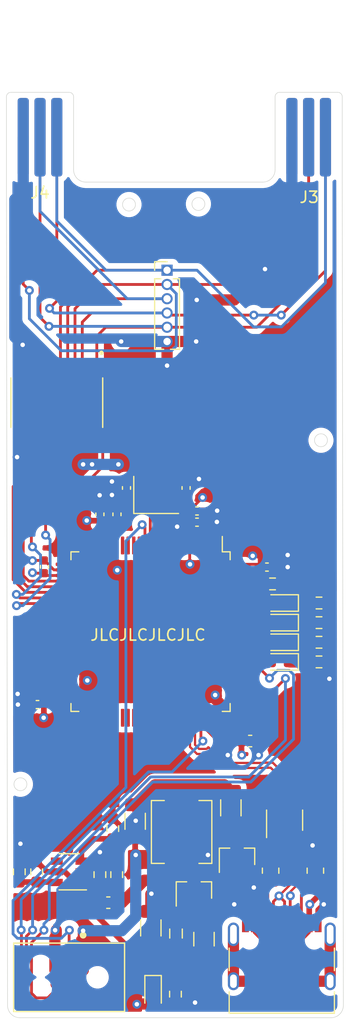
<source format=kicad_pcb>
(kicad_pcb (version 20171130) (host pcbnew 5.1.10)
  (layers (0 F.Cu signal) (31 B.Cu signal) (34 B.Paste user) (35 F.Paste user) (36 B.SilkS user) (37 F.SilkS user) (38 B.Mask user) (39 F.Mask user) (44 Edge.Cuts user))
  (net 0 "")
  (net 1 GND)
  (net 2 "Net-(C1-Pad1)")
  (net 3 "Net-(C2-Pad1)")
  (net 4 +3V3)
  (net 5 BUCK_IN)
  (net 6 HSE_OUT)
  (net 7 "Net-(C12-Pad1)")
  (net 8 BUCK_BST)
  (net 9 BUCK_SW)
  (net 10 STATUS_CK)
  (net 11 "Net-(D1-Pad1)")
  (net 12 "Net-(D2-Pad1)")
  (net 13 STATUS_SO)
  (net 14 STATUS_SI)
  (net 15 "Net-(D3-Pad1)")
  (net 16 "Net-(D4-Pad1)")
  (net 17 STATUS_SD)
  (net 18 +5V)
  (net 19 "Net-(D5-Pad1)")
  (net 20 "Net-(D7-Pad1)")
  (net 21 "Net-(F1-Pad2)")
  (net 22 "Net-(J1-PadS1)")
  (net 23 USB_CONN_D+)
  (net 24 "Net-(J1-PadB5)")
  (net 25 USB_CONN_D-)
  (net 26 "Net-(J1-PadA5)")
  (net 27 EDGE_SO)
  (net 28 EDGE_SI)
  (net 29 EDGE_VDD)
  (net 30 EDGE_SD)
  (net 31 EDGE_SC)
  (net 32 SWO)
  (net 33 SWCLK)
  (net 34 NRST)
  (net 35 SWDIO)
  (net 36 "Net-(R5-Pad1)")
  (net 37 BUCK_FB)
  (net 38 "Net-(R10-Pad1)")
  (net 39 HSE_IN)
  (net 40 BUCK_EN)
  (net 41 DIR)
  (net 42 SPI1_NSS)
  (net 43 SPI1_MISO)
  (net 44 SPI1_MOSI)
  (net 45 SPI1_SCK)
  (net 46 USB_D+)
  (net 47 USB_D-)
  (module SN74LVC4245APWR:SOP65P640X120-24N (layer F.Cu) (at 24.4 55.3 270)
    (fp_text reference U1)
    (fp_text value SN74LVC4245APWR)
    (pad 1 smd rect (at -2.87 -3.575 270) (size 1.57 0.41) (layers F.Cu F.Paste F.Mask) (net 29 EDGE_VDD))
    (pad 2 smd rect (at -2.87 -2.925 270) (size 1.57 0.41) (layers F.Cu F.Paste F.Mask) (net 41 DIR))
    (pad 3 smd rect (at -2.87 -2.275 270) (size 1.57 0.41) (layers F.Cu F.Paste F.Mask) (net 28 EDGE_SI))
    (pad 4 smd rect (at -2.87 -1.625 270) (size 1.57 0.41) (layers F.Cu F.Paste F.Mask) (net 30 EDGE_SD))
    (pad 5 smd rect (at -2.87 -0.975 270) (size 1.57 0.41) (layers F.Cu F.Paste F.Mask) (net 31 EDGE_SC))
    (pad 6 smd rect (at -2.87 -0.325 270) (size 1.57 0.41) (layers F.Cu F.Paste F.Mask) (net 27 EDGE_SO))
    (pad 7 smd rect (at -2.87 0.325 270) (size 1.57 0.41) (layers F.Cu F.Paste F.Mask))
    (pad 8 smd rect (at -2.87 0.975 270) (size 1.57 0.41) (layers F.Cu F.Paste F.Mask))
    (pad 9 smd rect (at -2.87 1.625 270) (size 1.57 0.41) (layers F.Cu F.Paste F.Mask))
    (pad 10 smd rect (at -2.87 2.275 270) (size 1.57 0.41) (layers F.Cu F.Paste F.Mask))
    (pad 11 smd rect (at -2.87 2.925 270) (size 1.57 0.41) (layers F.Cu F.Paste F.Mask) (net 1 GND))
    (pad 12 smd rect (at -2.87 3.575 270) (size 1.57 0.41) (layers F.Cu F.Paste F.Mask) (net 1 GND))
    (pad 13 smd rect (at 2.87 3.575 270) (size 1.57 0.41) (layers F.Cu F.Paste F.Mask) (net 1 GND))
    (pad 14 smd rect (at 2.87 2.925 270) (size 1.57 0.41) (layers F.Cu F.Paste F.Mask))
    (pad 15 smd rect (at 2.87 2.275 270) (size 1.57 0.41) (layers F.Cu F.Paste F.Mask))
    (pad 16 smd rect (at 2.87 1.625 270) (size 1.57 0.41) (layers F.Cu F.Paste F.Mask))
    (pad 17 smd rect (at 2.87 0.975 270) (size 1.57 0.41) (layers F.Cu F.Paste F.Mask))
    (pad 18 smd rect (at 2.87 0.325 270) (size 1.57 0.41) (layers F.Cu F.Paste F.Mask) (net 43 SPI1_MISO))
    (pad 19 smd rect (at 2.87 -0.325 270) (size 1.57 0.41) (layers F.Cu F.Paste F.Mask) (net 45 SPI1_SCK))
    (pad 20 smd rect (at 2.87 -0.975 270) (size 1.57 0.41) (layers F.Cu F.Paste F.Mask) (net 42 SPI1_NSS))
    (pad 21 smd rect (at 2.87 -1.625 270) (size 1.57 0.41) (layers F.Cu F.Paste F.Mask) (net 44 SPI1_MOSI))
    (pad 22 smd rect (at 2.87 -2.275 270) (size 1.57 0.41) (layers F.Cu F.Paste F.Mask) (net 1 GND))
    (pad 23 smd rect (at 2.87 -2.925 270) (size 1.57 0.41) (layers F.Cu F.Paste F.Mask) (net 4 +3V3))
    (pad 24 smd rect (at 2.87 -3.575 270) (size 1.57 0.41) (layers F.Cu F.Paste F.Mask) (net 4 +3V3))
  )
  (module Capacitor_SMD:C_0603_1608Metric (layer F.Cu) (at 41.675 85.45)
    (fp_text reference C3)
    (fp_text value 4u7)
    (pad 2 smd roundrect (at 0.775 0) (size 0.9 0.95) (layers F.Cu F.Paste F.Mask) (net 1 GND))
    (pad 1 smd roundrect (at -0.775 0) (size 0.9 0.95) (layers F.Cu F.Paste F.Mask) (net 4 +3V3))
  )
  (module Capacitor_SMD:C_0201_0603Metric_Pad0.64x0.40mm_HandSolder (layer F.Cu) (at 22.5 81.25 180)
    (fp_text reference C1)
    (fp_text value 2.2u)
    (pad 2 smd roundrect (at 0.4075 0 180) (size 0.635 0.4) (layers F.Cu F.Mask) (net 1 GND))
    (pad 1 smd roundrect (at -0.4075 0 180) (size 0.635 0.4) (layers F.Cu F.Mask) (net 2 "Net-(C1-Pad1)"))
  )
  (module Capacitor_SMD:C_0201_0603Metric_Pad0.64x0.40mm_HandSolder (layer F.Cu) (at 39.175 85.45)
    (fp_text reference C2)
    (fp_text value 2.2u)
    (pad 1 smd roundrect (at -0.4075 0) (size 0.635 0.4) (layers F.Cu F.Mask) (net 3 "Net-(C2-Pad1)"))
    (pad 2 smd roundrect (at 0.4075 0) (size 0.635 0.4) (layers F.Cu F.Mask) (net 1 GND))
  )
  (module Capacitor_SMD:C_0402_1005Metric_Pad0.74x0.62mm_HandSolder (layer F.Cu) (at 43.175 69.95)
    (fp_text reference C4)
    (fp_text value 100n)
    (pad 1 smd roundrect (at -0.5675 0) (size 0.735 0.62) (layers F.Cu F.Paste F.Mask) (net 4 +3V3))
    (pad 2 smd roundrect (at 0.5675 0) (size 0.735 0.62) (layers F.Cu F.Paste F.Mask) (net 1 GND))
  )
  (module Capacitor_SMD:C_1206_3216Metric (layer F.Cu) (at 39.95 91.4 90)
    (fp_text reference C5)
    (fp_text value 10u)
    (pad 2 smd roundrect (at 1.475 0 90) (size 1.15 1.8) (layers F.Cu F.Paste F.Mask) (roundrect_rratio 0.2173904347826087) (net 1 GND))
    (pad 1 smd roundrect (at -1.475 0 90) (size 1.15 1.8) (layers F.Cu F.Paste F.Mask) (roundrect_rratio 0.2173904347826087) (net 4 +3V3))
  )
  (module Capacitor_SMD:C_0402_1005Metric_Pad0.74x0.62mm_HandSolder (layer F.Cu) (at 23.3 69.925 90)
    (fp_text reference C6)
    (fp_text value 100n)
    (pad 1 smd roundrect (at -0.5675 0 90) (size 0.735 0.62) (layers F.Cu F.Paste F.Mask) (net 4 +3V3))
    (pad 2 smd roundrect (at 0.5675 0 90) (size 0.735 0.62) (layers F.Cu F.Paste F.Mask) (net 1 GND))
  )
  (module Capacitor_SMD:C_1206_3216Metric (layer F.Cu) (at 32.8 102.1 90)
    (fp_text reference C7)
    (fp_text value 10u)
    (pad 1 smd roundrect (at -1.475 0 90) (size 1.15 1.8) (layers F.Cu F.Paste F.Mask) (roundrect_rratio 0.2173904347826087) (net 5 BUCK_IN))
    (pad 2 smd roundrect (at 1.475 0 90) (size 1.15 1.8) (layers F.Cu F.Paste F.Mask) (roundrect_rratio 0.2173904347826087) (net 1 GND))
  )
  (module Capacitor_SMD:C_0402_1005Metric_Pad0.74x0.62mm_HandSolder (layer F.Cu) (at 30.625 62.9 90)
    (fp_text reference C8)
    (fp_text value 12p)
    (pad 2 smd roundrect (at 0.5675 0 90) (size 0.735 0.62) (layers F.Cu F.Paste F.Mask) (net 1 GND))
    (pad 1 smd roundrect (at -0.5675 0 90) (size 0.735 0.62) (layers F.Cu F.Paste F.Mask) (net 6 HSE_OUT))
  )
  (module Capacitor_SMD:C_1206_3216Metric (layer F.Cu) (at 31.4 92.6 90)
    (fp_text reference C9)
    (fp_text value 10u)
    (pad 1 smd roundrect (at -1.475 0 90) (size 1.15 1.8) (layers F.Cu F.Paste F.Mask) (roundrect_rratio 0.2173904347826087) (net 4 +3V3))
    (pad 2 smd roundrect (at 1.475 0 90) (size 1.15 1.8) (layers F.Cu F.Paste F.Mask) (roundrect_rratio 0.2173904347826087) (net 1 GND))
  )
  (module Capacitor_SMD:C_0402_1005Metric_Pad0.74x0.62mm_HandSolder (layer F.Cu) (at 36.925 65.95)
    (fp_text reference C10)
    (fp_text value 100n)
    (pad 2 smd roundrect (at 0.5675 0) (size 0.735 0.62) (layers F.Cu F.Paste F.Mask) (net 1 GND))
    (pad 1 smd roundrect (at -0.5675 0) (size 0.735 0.62) (layers F.Cu F.Paste F.Mask) (net 4 +3V3))
  )
  (module Capacitor_SMD:C_0402_1005Metric_Pad0.74x0.62mm_HandSolder (layer F.Cu) (at 22.675 82.2 180)
    (fp_text reference C11)
    (fp_text value 100n)
    (pad 1 smd roundrect (at -0.5675 0 180) (size 0.735 0.62) (layers F.Cu F.Paste F.Mask) (net 4 +3V3))
    (pad 2 smd roundrect (at 0.5675 0 180) (size 0.735 0.62) (layers F.Cu F.Paste F.Mask) (net 1 GND))
  )
  (module Capacitor_SMD:C_0402_1005Metric_Pad0.74x0.62mm_HandSolder (layer F.Cu) (at 35.95 62.9 270)
    (fp_text reference C12)
    (fp_text value 12p)
    (pad 1 smd roundrect (at -0.5675 0 270) (size 0.735 0.62) (layers F.Cu F.Paste F.Mask) (net 7 "Net-(C12-Pad1)"))
    (pad 2 smd roundrect (at 0.5675 0 270) (size 0.735 0.62) (layers F.Cu F.Paste F.Mask) (net 1 GND))
  )
  (module Capacitor_SMD:C_0402_1005Metric_Pad0.74x0.62mm_HandSolder (layer F.Cu) (at 29.775 65.25 90)
    (fp_text reference C13)
    (fp_text value 100n)
    (pad 2 smd roundrect (at 0.5675 0 90) (size 0.735 0.62) (layers F.Cu F.Paste F.Mask) (net 1 GND))
    (pad 1 smd roundrect (at -0.5675 0 90) (size 0.735 0.62) (layers F.Cu F.Paste F.Mask) (net 4 +3V3))
  )
  (module Capacitor_SMD:C_0402_1005Metric_Pad0.74x0.62mm_HandSolder (layer F.Cu) (at 28.25 65.25 90)
    (fp_text reference C14)
    (fp_text value 100n)
    (pad 1 smd roundrect (at -0.5675 0 90) (size 0.735 0.62) (layers F.Cu F.Paste F.Mask) (net 4 +3V3))
    (pad 2 smd roundrect (at 0.5675 0 90) (size 0.735 0.62) (layers F.Cu F.Paste F.Mask) (net 1 GND))
  )
  (module Capacitor_SMD:C_0402_1005Metric_Pad0.74x0.62mm_HandSolder (layer F.Cu) (at 36.925 64.95)
    (fp_text reference C15)
    (fp_text value 100n)
    (pad 2 smd roundrect (at 0.5675 0) (size 0.735 0.62) (layers F.Cu F.Paste F.Mask) (net 1 GND))
    (pad 1 smd roundrect (at -0.5675 0) (size 0.735 0.62) (layers F.Cu F.Paste F.Mask) (net 4 +3V3))
  )
  (module Capacitor_SMD:C_0603_1608Metric (layer F.Cu) (at 29 99.85)
    (fp_text reference C16)
    (fp_text value 10n)
    (pad 1 smd roundrect (at -0.775 0) (size 0.9 0.95) (layers F.Cu F.Paste F.Mask) (net 8 BUCK_BST))
    (pad 2 smd roundrect (at 0.775 0) (size 0.9 0.95) (layers F.Cu F.Paste F.Mask) (net 9 BUCK_SW))
  )
  (module LED_SMD:LED_0603_1608Metric_Pad1.05x0.95mm_HandSolder (layer F.Cu) (at 44.325 78.4 180)
    (fp_text reference D1)
    (fp_text value BLUE)
    (pad 1 smd roundrect (at -0.875 0 180) (size 1.05 0.95) (layers F.Cu F.Paste F.Mask) (net 11 "Net-(D1-Pad1)"))
    (pad 2 smd roundrect (at 0.875 0 180) (size 1.05 0.95) (layers F.Cu F.Paste F.Mask) (net 10 STATUS_CK))
  )
  (module LED_SMD:LED_0603_1608Metric_Pad1.05x0.95mm_HandSolder (layer F.Cu) (at 44.325 76.65 180)
    (fp_text reference D2)
    (fp_text value BLUE)
    (pad 2 smd roundrect (at 0.875 0 180) (size 1.05 0.95) (layers F.Cu F.Paste F.Mask) (net 13 STATUS_SO))
    (pad 1 smd roundrect (at -0.875 0 180) (size 1.05 0.95) (layers F.Cu F.Paste F.Mask) (net 12 "Net-(D2-Pad1)"))
  )
  (module LED_SMD:LED_0603_1608Metric_Pad1.05x0.95mm_HandSolder (layer F.Cu) (at 44.325 74.9 180)
    (fp_text reference D3)
    (fp_text value BLUE)
    (pad 2 smd roundrect (at 0.875 0 180) (size 1.05 0.95) (layers F.Cu F.Paste F.Mask) (net 14 STATUS_SI))
    (pad 1 smd roundrect (at -0.875 0 180) (size 1.05 0.95) (layers F.Cu F.Paste F.Mask) (net 15 "Net-(D3-Pad1)"))
  )
  (module LED_SMD:LED_0603_1608Metric_Pad1.05x0.95mm_HandSolder (layer F.Cu) (at 44.325 73.15 180)
    (fp_text reference D4)
    (fp_text value BLUE)
    (pad 1 smd roundrect (at -0.875 0 180) (size 1.05 0.95) (layers F.Cu F.Paste F.Mask) (net 16 "Net-(D4-Pad1)"))
    (pad 2 smd roundrect (at 0.875 0 180) (size 1.05 0.95) (layers F.Cu F.Paste F.Mask) (net 17 STATUS_SD))
  )
  (module Package_TO_SOT_SMD:SOT-23 (layer F.Cu) (at 40.5 95.75 90)
    (fp_text reference D5)
    (fp_text value B5819W)
    (pad 1 smd rect (at -1 -0.95 90) (size 0.9 0.8) (layers F.Cu F.Paste F.Mask) (net 19 "Net-(D5-Pad1)"))
    (pad 2 smd rect (at -1 0.95 90) (size 0.9 0.8) (layers F.Cu F.Paste F.Mask) (net 18 +5V))
    (pad 3 smd rect (at 1 0 90) (size 0.9 0.8) (layers F.Cu F.Paste F.Mask))
  )
  (module Package_TO_SOT_SMD:SOT-23 (layer F.Cu) (at 36.65 98.75 90)
    (fp_text reference D6)
    (fp_text value B5819W)
    (pad 3 smd rect (at 1 0 90) (size 0.9 0.8) (layers F.Cu F.Paste F.Mask))
    (pad 2 smd rect (at -1 0.95 90) (size 0.9 0.8) (layers F.Cu F.Paste F.Mask) (net 1 GND))
    (pad 1 smd rect (at -1 -0.95 90) (size 0.9 0.8) (layers F.Cu F.Paste F.Mask) (net 9 BUCK_SW))
  )
  (module LED_SMD:LED_0603_1608Metric_Pad1.05x0.95mm_HandSolder (layer F.Cu) (at 33 108 270)
    (fp_text reference D7)
    (fp_text value RED)
    (pad 1 smd roundrect (at -0.875 0 270) (size 1.05 0.95) (layers F.Cu F.Paste F.Mask) (net 20 "Net-(D7-Pad1)"))
    (pad 2 smd roundrect (at 0.875 0 270) (size 1.05 0.95) (layers F.Cu F.Paste F.Mask) (net 4 +3V3))
  )
  (module Fuse:Fuse_1206_3216Metric (layer F.Cu) (at 37.55 103.1 90)
    (fp_text reference F1)
    (fp_text value 250mA)
    (pad 1 smd roundrect (at -1.4 0 90) (size 1.25 1.75) (layers F.Cu F.Paste F.Mask) (roundrect_rratio 0.2) (net 19 "Net-(D5-Pad1)"))
    (pad 2 smd roundrect (at 1.4 0 90) (size 1.25 1.75) (layers F.Cu F.Paste F.Mask) (roundrect_rratio 0.2) (net 21 "Net-(F1-Pad2)"))
  )
  (module Inductor_SMD:L_0805_2012Metric (layer F.Cu) (at 35.05 102.6 270)
    (fp_text reference FB1)
    (fp_text value "600 @ 600MHz")
    (pad 1 smd roundrect (at -1.0625 0 270) (size 0.875 1.2) (layers F.Cu F.Paste F.Mask) (net 21 "Net-(F1-Pad2)"))
    (pad 2 smd roundrect (at 1.0625 0 270) (size 0.875 1.2) (layers F.Cu F.Paste F.Mask) (net 5 BUCK_IN))
  )
  (module Connector_USB:USB_C_Receptacle_HRO_TYPE-C-31-M-12 (layer F.Cu) (at 44.5 105.8)
    (fp_text reference J1)
    (fp_text value USB_C_Receptacle_USB2.0)
    (pad S1 thru_hole oval (at 4.32 1.05) (size 1 1.6) (drill oval 0.6 1.2) (layers *.Cu *.Mask) (net 22 "Net-(J1-PadS1)"))
    (pad "" np_thru_hole circle (at 2.89 -2.6) (size 0.65 0.65) (drill 0.65) (layers *.Cu *.Mask))
    (pad S1 thru_hole oval (at -4.32 1.05) (size 1 1.6) (drill oval 0.6 1.2) (layers *.Cu *.Mask) (net 22 "Net-(J1-PadS1)"))
    (pad "" np_thru_hole circle (at -2.89 -2.6) (size 0.65 0.65) (drill 0.65) (layers *.Cu *.Mask))
    (pad S1 thru_hole oval (at -4.32 -3.13) (size 1 2.1) (drill oval 0.6 1.7) (layers *.Cu *.Mask) (net 22 "Net-(J1-PadS1)"))
    (pad S1 thru_hole oval (at 4.32 -3.13) (size 1 2.1) (drill oval 0.6 1.7) (layers *.Cu *.Mask) (net 22 "Net-(J1-PadS1)"))
    (pad A6 smd rect (at -0.25 -4.045) (size 0.3 1.45) (layers F.Cu F.Paste F.Mask) (net 23 USB_CONN_D+))
    (pad B5 smd rect (at 1.75 -4.045) (size 0.3 1.45) (layers F.Cu F.Paste F.Mask) (net 24 "Net-(J1-PadB5)"))
    (pad A8 smd rect (at 1.25 -4.045) (size 0.3 1.45) (layers F.Cu F.Paste F.Mask))
    (pad B6 smd rect (at 0.75 -4.045) (size 0.3 1.45) (layers F.Cu F.Paste F.Mask) (net 23 USB_CONN_D+))
    (pad A7 smd rect (at 0.25 -4.045) (size 0.3 1.45) (layers F.Cu F.Paste F.Mask) (net 25 USB_CONN_D-))
    (pad B7 smd rect (at -0.75 -4.045) (size 0.3 1.45) (layers F.Cu F.Paste F.Mask) (net 25 USB_CONN_D-))
    (pad A5 smd rect (at -1.25 -4.045) (size 0.3 1.45) (layers F.Cu F.Paste F.Mask) (net 26 "Net-(J1-PadA5)"))
    (pad B8 smd rect (at -1.75 -4.045) (size 0.3 1.45) (layers F.Cu F.Paste F.Mask))
    (pad A12 smd rect (at 3.25 -4.045) (size 0.6 1.45) (layers F.Cu F.Paste F.Mask) (net 1 GND))
    (pad B4 smd rect (at 2.45 -4.045) (size 0.6 1.45) (layers F.Cu F.Paste F.Mask) (net 18 +5V))
    (pad A4 smd rect (at -2.45 -4.045) (size 0.6 1.45) (layers F.Cu F.Paste F.Mask) (net 18 +5V))
    (pad A1 smd rect (at -3.25 -4.045) (size 0.6 1.45) (layers F.Cu F.Paste F.Mask) (net 1 GND))
    (pad B12 smd rect (at -3.25 -4.045) (size 0.6 1.45) (layers F.Cu F.Paste F.Mask) (net 1 GND))
    (pad B9 smd rect (at -2.45 -4.045) (size 0.6 1.45) (layers F.Cu F.Paste F.Mask) (net 18 +5V))
    (pad A9 smd rect (at 2.45 -4.045) (size 0.6 1.45) (layers F.Cu F.Paste F.Mask) (net 18 +5V))
    (pad B1 smd rect (at 3.25 -4.045) (size 0.6 1.45) (layers F.Cu F.Paste F.Mask) (net 1 GND))
  )
  (module Connector_PinHeader_1.27mm:PinHeader_1x06_P1.27mm_Vertical (layer F.Cu) (at 34.25 43.5)
    (fp_text reference J2)
    (fp_text value TEST_CONN)
    (pad 1 thru_hole rect (at 0 0) (size 1 1) (drill 0.65) (layers *.Cu *.Mask) (net 27 EDGE_SO))
    (pad 2 thru_hole oval (at 0 1.27) (size 1 1) (drill 0.65) (layers *.Cu *.Mask) (net 31 EDGE_SC))
    (pad 3 thru_hole oval (at 0 2.54) (size 1 1) (drill 0.65) (layers *.Cu *.Mask) (net 30 EDGE_SD))
    (pad 4 thru_hole oval (at 0 3.81) (size 1 1) (drill 0.65) (layers *.Cu *.Mask) (net 28 EDGE_SI))
    (pad 5 thru_hole oval (at 0 5.08) (size 1 1) (drill 0.65) (layers *.Cu *.Mask) (net 29 EDGE_VDD))
    (pad 6 thru_hole oval (at 0 6.35) (size 1 1) (drill 0.65) (layers *.Cu *.Mask) (net 1 GND))
  )
  (module LinkMeBaby:GBA (layer F.Cu) (at 46.9 31.65 180)
    (fp_text reference J3 (at -0.05 -5.35) (layer F.SilkS))
    (fp_text value GBC)
    (pad 6 smd roundrect (at 1.5 0 180) (size 1 7) (layers B.Cu B.Paste B.Mask) (net 1 GND))
    (pad 5 smd roundrect (at 1.5 0 180) (size 1 7) (layers F.Cu F.Paste F.Mask) (net 31 EDGE_SC))
    (pad 4 smd roundrect (at 0 0 180) (size 1 7) (layers B.Cu B.Paste B.Mask))
    (pad 1 smd roundrect (at 0 0 180) (size 1 7) (layers F.Cu F.Paste F.Mask) (net 29 EDGE_VDD))
    (pad 3 smd roundrect (at -1.5 0 180) (size 1 7) (layers F.Cu F.Paste F.Mask) (net 28 EDGE_SI))
    (pad 2 smd roundrect (at -1.5 0 180) (size 1 7) (layers B.Cu B.Paste B.Mask) (net 27 EDGE_SO))
  )
  (module LinkMeBaby:GBA (layer F.Cu) (at 22.9 31.65 180)
    (fp_text reference J4 (at 0 -4.95) (layer F.SilkS))
    (fp_text value GBA)
    (pad 2 smd roundrect (at -1.5 0 180) (size 1 7) (layers B.Cu B.Paste B.Mask) (net 27 EDGE_SO))
    (pad 3 smd roundrect (at -1.5 0 180) (size 1 7) (layers F.Cu F.Paste F.Mask) (net 28 EDGE_SI))
    (pad 1 smd roundrect (at 0 0 180) (size 1 7) (layers F.Cu F.Paste F.Mask) (net 29 EDGE_VDD))
    (pad 4 smd roundrect (at 0 0 180) (size 1 7) (layers B.Cu B.Paste B.Mask) (net 30 EDGE_SD))
    (pad 5 smd roundrect (at 1.5 0 180) (size 1 7) (layers F.Cu F.Paste F.Mask) (net 31 EDGE_SC))
    (pad 6 smd roundrect (at 1.5 0 180) (size 1 7) (layers B.Cu B.Paste B.Mask) (net 1 GND))
  )
  (module LinkMeBaby:TAG_TC2030-IDC-NL (layer F.Cu) (at 25.5 106.5 180)
    (fp_text reference J5)
    (fp_text value TC2030-IDC-NL)
    (pad 6 smd circle (at 1.27 -0.635 180) (size 0.787 0.787) (layers F.Cu F.Mask) (net 32 SWO))
    (pad 5 smd circle (at 1.27 0.635 180) (size 0.787 0.787) (layers F.Cu F.Mask) (net 1 GND))
    (pad 4 smd circle (at 0 -0.635 180) (size 0.787 0.787) (layers F.Cu F.Mask) (net 33 SWCLK))
    (pad 3 smd circle (at 0 0.635 180) (size 0.787 0.787) (layers F.Cu F.Mask) (net 34 NRST))
    (pad 2 smd circle (at -1.27 -0.635 180) (size 0.787 0.787) (layers F.Cu F.Mask) (net 35 SWDIO))
    (pad 1 smd circle (at -1.27 0.635 180) (size 0.787 0.787) (layers F.Cu F.Mask) (net 4 +3V3))
    (pad None np_thru_hole circle (at 2.54 1.016 180) (size 0.991 0.991) (drill 0.991) (layers *.Cu *.Mask))
    (pad None np_thru_hole circle (at 2.54 -1.016 180) (size 0.991 0.991) (drill 0.991) (layers *.Cu *.Mask))
    (pad None np_thru_hole circle (at -2.54 0 180) (size 0.991 0.991) (drill 0.991) (layers *.Cu *.Mask))
  )
  (module Inductor_SMD:L_Sunlord_MWSA0518_5.4x5.2mm (layer F.Cu) (at 35.55 93.55 90)
    (fp_text reference L1)
    (fp_text value 10u)
    (pad 1 smd rect (at -2.05 0 90) (size 1.9 2.5) (layers F.Cu F.Paste F.Mask) (net 9 BUCK_SW))
    (pad 2 smd rect (at 2.05 0 90) (size 1.9 2.5) (layers F.Cu F.Paste F.Mask) (net 4 +3V3))
  )
  (module Resistor_SMD:R_0805_2012Metric (layer F.Cu) (at 43.5 97 90)
    (fp_text reference R1)
    (fp_text value 5k11)
    (pad 1 smd roundrect (at -0.9125 0 90) (size 1.025 1.4) (layers F.Cu F.Paste F.Mask) (roundrect_rratio 0.2439014634146341) (net 26 "Net-(J1-PadA5)"))
    (pad 2 smd roundrect (at 0.9125 0 90) (size 1.025 1.4) (layers F.Cu F.Paste F.Mask) (roundrect_rratio 0.2439014634146341) (net 1 GND))
  )
  (module Resistor_SMD:R_0805_2012Metric (layer F.Cu) (at 47.5 97 90)
    (fp_text reference R2)
    (fp_text value 5k11)
    (pad 2 smd roundrect (at 0.9125 0 90) (size 1.025 1.4) (layers F.Cu F.Paste F.Mask) (roundrect_rratio 0.2439014634146341) (net 1 GND))
    (pad 1 smd roundrect (at -0.9125 0 90) (size 1.025 1.4) (layers F.Cu F.Paste F.Mask) (roundrect_rratio 0.2439014634146341) (net 24 "Net-(J1-PadB5)"))
  )
  (module Resistor_SMD:R_0603_1608Metric_Pad0.98x0.95mm_HandSolder (layer F.Cu) (at 47.825 78.4 180)
    (fp_text reference R3)
    (fp_text value 1k5)
    (pad 2 smd roundrect (at 0.9125 0 180) (size 0.975 0.95) (layers F.Cu F.Paste F.Mask) (net 11 "Net-(D1-Pad1)"))
    (pad 1 smd roundrect (at -0.9125 0 180) (size 0.975 0.95) (layers F.Cu F.Paste F.Mask) (net 1 GND))
  )
  (module Resistor_SMD:R_0603_1608Metric_Pad0.98x0.95mm_HandSolder (layer F.Cu) (at 47.825 76.65 180)
    (fp_text reference R4)
    (fp_text value 1k5)
    (pad 1 smd roundrect (at -0.9125 0 180) (size 0.975 0.95) (layers F.Cu F.Paste F.Mask) (net 1 GND))
    (pad 2 smd roundrect (at 0.9125 0 180) (size 0.975 0.95) (layers F.Cu F.Paste F.Mask) (net 12 "Net-(D2-Pad1)"))
  )
  (module Resistor_SMD:R_0603_1608Metric_Pad0.98x0.95mm_HandSolder (layer F.Cu) (at 43.675 71.45)
    (fp_text reference R5)
    (fp_text value 10k)
    (pad 2 smd roundrect (at 0.9125 0) (size 0.975 0.95) (layers F.Cu F.Paste F.Mask) (net 1 GND))
    (pad 1 smd roundrect (at -0.9125 0) (size 0.975 0.95) (layers F.Cu F.Paste F.Mask) (net 36 "Net-(R5-Pad1)"))
  )
  (module Resistor_SMD:R_0603_1608Metric_Pad0.98x0.95mm_HandSolder (layer F.Cu) (at 47.825 74.9 180)
    (fp_text reference R6)
    (fp_text value 1k5)
    (pad 2 smd roundrect (at 0.9125 0 180) (size 0.975 0.95) (layers F.Cu F.Paste F.Mask) (net 15 "Net-(D3-Pad1)"))
    (pad 1 smd roundrect (at -0.9125 0 180) (size 0.975 0.95) (layers F.Cu F.Paste F.Mask) (net 1 GND))
  )
  (module Resistor_SMD:R_0603_1608Metric_Pad0.98x0.95mm_HandSolder (layer F.Cu) (at 47.825 73.15 180)
    (fp_text reference R7)
    (fp_text value 1k5)
    (pad 1 smd roundrect (at -0.9125 0 180) (size 0.975 0.95) (layers F.Cu F.Paste F.Mask) (net 1 GND))
    (pad 2 smd roundrect (at 0.9125 0 180) (size 0.975 0.95) (layers F.Cu F.Paste F.Mask) (net 16 "Net-(D4-Pad1)"))
  )
  (module Resistor_SMD:R_0603_1608Metric_Pad0.98x0.95mm_HandSolder (layer F.Cu) (at 29.4 93.25 270)
    (fp_text reference R8)
    (fp_text value 47k)
    (pad 1 smd roundrect (at -0.9125 0 270) (size 0.975 0.95) (layers F.Cu F.Paste F.Mask) (net 4 +3V3))
    (pad 2 smd roundrect (at 0.9125 0 270) (size 0.975 0.95) (layers F.Cu F.Paste F.Mask) (net 37 BUCK_FB))
  )
  (module Resistor_SMD:R_0603_1608Metric_Pad0.98x0.95mm_HandSolder (layer F.Cu) (at 29.75 97.35 270)
    (fp_text reference R9)
    (fp_text value 15k)
    (pad 2 smd roundrect (at 0.9125 0 270) (size 0.975 0.95) (layers F.Cu F.Paste F.Mask) (net 38 "Net-(R10-Pad1)"))
    (pad 1 smd roundrect (at -0.9125 0 270) (size 0.975 0.95) (layers F.Cu F.Paste F.Mask) (net 37 BUCK_FB))
  )
  (module Resistor_SMD:R_0603_1608Metric_Pad0.98x0.95mm_HandSolder (layer F.Cu) (at 28.25 97.35 90)
    (fp_text reference R10)
    (fp_text value 270)
    (pad 1 smd roundrect (at -0.9125 0 90) (size 0.975 0.95) (layers F.Cu F.Paste F.Mask) (net 38 "Net-(R10-Pad1)"))
    (pad 2 smd roundrect (at 0.9125 0 90) (size 0.975 0.95) (layers F.Cu F.Paste F.Mask) (net 1 GND))
  )
  (module Resistor_SMD:R_01005_0402Metric_Pad0.57x0.30mm_HandSolder (layer F.Cu) (at 33.3 66.1 90)
    (fp_text reference R11)
    (fp_text value 47)
    (pad 1 smd roundrect (at -0.3375 0 90) (size 0.575 0.3) (layers F.Cu F.Mask) (net 39 HSE_IN))
    (pad 2 smd roundrect (at 0.3375 0 90) (size 0.575 0.3) (layers F.Cu F.Mask) (net 7 "Net-(C12-Pad1)"))
  )
  (module Resistor_SMD:R_0603_1608Metric_Pad0.98x0.95mm_HandSolder (layer F.Cu) (at 22.6 97.1 270)
    (fp_text reference R12)
    (fp_text value 100k)
    (pad 1 smd roundrect (at -0.9125 0 270) (size 0.975 0.95) (layers F.Cu F.Paste F.Mask) (net 5 BUCK_IN))
    (pad 2 smd roundrect (at 0.9125 0 270) (size 0.975 0.95) (layers F.Cu F.Paste F.Mask) (net 40 BUCK_EN))
  )
  (module Resistor_SMD:R_0603_1608Metric_Pad0.98x0.95mm_HandSolder (layer F.Cu) (at 21.05 97.1 90)
    (fp_text reference R13)
    (fp_text value 68k)
    (pad 2 smd roundrect (at 0.9125 0 90) (size 0.975 0.95) (layers F.Cu F.Paste F.Mask) (net 1 GND))
    (pad 1 smd roundrect (at -0.9125 0 90) (size 0.975 0.95) (layers F.Cu F.Paste F.Mask) (net 40 BUCK_EN))
  )
  (module Resistor_SMD:R_0603_1608Metric_Pad0.98x0.95mm_HandSolder (layer F.Cu) (at 35 108 270)
    (fp_text reference R14)
    (fp_text value 1k)
    (pad 1 smd roundrect (at -0.9125 0 270) (size 0.975 0.95) (layers F.Cu F.Paste F.Mask) (net 20 "Net-(D7-Pad1)"))
    (pad 2 smd roundrect (at 0.9125 0 270) (size 0.975 0.95) (layers F.Cu F.Paste F.Mask) (net 1 GND))
  )
  (module Package_TO_SOT_SMD:SOT-23-6 (layer F.Cu) (at 44.75 92.5 90)
    (fp_text reference U2)
    (fp_text value USBLC6-2SC6)
    (pad 1 smd rect (at -1.1 -0.95 90) (size 1.06 0.65) (layers F.Cu F.Paste F.Mask) (net 25 USB_CONN_D-))
    (pad 2 smd rect (at -1.1 0 90) (size 1.06 0.65) (layers F.Cu F.Paste F.Mask) (net 1 GND))
    (pad 3 smd rect (at -1.1 0.95 90) (size 1.06 0.65) (layers F.Cu F.Paste F.Mask) (net 23 USB_CONN_D+))
    (pad 4 smd rect (at 1.1 0.95 90) (size 1.06 0.65) (layers F.Cu F.Paste F.Mask) (net 46 USB_D+))
    (pad 6 smd rect (at 1.1 -0.95 90) (size 1.06 0.65) (layers F.Cu F.Paste F.Mask) (net 47 USB_D-))
    (pad 5 smd rect (at 1.1 0 90) (size 1.06 0.65) (layers F.Cu F.Paste F.Mask) (net 18 +5V))
  )
  (module Package_QFP:LQFP-100_14x14mm_P0.5mm (layer F.Cu) (at 32.775 75.7 270)
    (fp_text reference U3)
    (fp_text value STM32F407VET6)
    (pad 1 smd roundrect (at -7.675 -6 270) (size 1.6 0.3) (layers F.Cu F.Paste F.Mask))
    (pad 2 smd roundrect (at -7.675 -5.5 270) (size 1.6 0.3) (layers F.Cu F.Paste F.Mask))
    (pad 3 smd roundrect (at -7.675 -5 270) (size 1.6 0.3) (layers F.Cu F.Paste F.Mask))
    (pad 4 smd roundrect (at -7.675 -4.5 270) (size 1.6 0.3) (layers F.Cu F.Paste F.Mask))
    (pad 5 smd roundrect (at -7.675 -4 270) (size 1.6 0.3) (layers F.Cu F.Paste F.Mask))
    (pad 6 smd roundrect (at -7.675 -3.5 270) (size 1.6 0.3) (layers F.Cu F.Paste F.Mask) (net 4 +3V3))
    (pad 7 smd roundrect (at -7.675 -3 270) (size 1.6 0.3) (layers F.Cu F.Paste F.Mask))
    (pad 8 smd roundrect (at -7.675 -2.5 270) (size 1.6 0.3) (layers F.Cu F.Paste F.Mask))
    (pad 9 smd roundrect (at -7.675 -2 270) (size 1.6 0.3) (layers F.Cu F.Paste F.Mask))
    (pad 10 smd roundrect (at -7.675 -1.5 270) (size 1.6 0.3) (layers F.Cu F.Paste F.Mask) (net 1 GND))
    (pad 11 smd roundrect (at -7.675 -1 270) (size 1.6 0.3) (layers F.Cu F.Paste F.Mask) (net 4 +3V3))
    (pad 12 smd roundrect (at -7.675 -0.5 270) (size 1.6 0.3) (layers F.Cu F.Paste F.Mask) (net 39 HSE_IN))
    (pad 13 smd roundrect (at -7.675 0 270) (size 1.6 0.3) (layers F.Cu F.Paste F.Mask) (net 6 HSE_OUT))
    (pad 14 smd roundrect (at -7.675 0.5 270) (size 1.6 0.3) (layers F.Cu F.Paste F.Mask) (net 34 NRST))
    (pad 15 smd roundrect (at -7.675 1 270) (size 1.6 0.3) (layers F.Cu F.Paste F.Mask))
    (pad 16 smd roundrect (at -7.675 1.5 270) (size 1.6 0.3) (layers F.Cu F.Paste F.Mask))
    (pad 17 smd roundrect (at -7.675 2 270) (size 1.6 0.3) (layers F.Cu F.Paste F.Mask))
    (pad 18 smd roundrect (at -7.675 2.5 270) (size 1.6 0.3) (layers F.Cu F.Paste F.Mask))
    (pad 19 smd roundrect (at -7.675 3 270) (size 1.6 0.3) (layers F.Cu F.Paste F.Mask) (net 4 +3V3))
    (pad 20 smd roundrect (at -7.675 3.5 270) (size 1.6 0.3) (layers F.Cu F.Paste F.Mask) (net 1 GND))
    (pad 21 smd roundrect (at -7.675 4 270) (size 1.6 0.3) (layers F.Cu F.Paste F.Mask))
    (pad 22 smd roundrect (at -7.675 4.5 270) (size 1.6 0.3) (layers F.Cu F.Paste F.Mask) (net 4 +3V3))
    (pad 23 smd roundrect (at -7.675 5 270) (size 1.6 0.3) (layers F.Cu F.Paste F.Mask))
    (pad 24 smd roundrect (at -7.675 5.5 270) (size 1.6 0.3) (layers F.Cu F.Paste F.Mask))
    (pad 25 smd roundrect (at -7.675 6 270) (size 1.6 0.3) (layers F.Cu F.Paste F.Mask))
    (pad 26 smd roundrect (at -6 7.675 270) (size 0.3 1.6) (layers F.Cu F.Paste F.Mask))
    (pad 27 smd roundrect (at -5.5 7.675 270) (size 0.3 1.6) (layers F.Cu F.Paste F.Mask) (net 1 GND))
    (pad 28 smd roundrect (at -5 7.675 270) (size 0.3 1.6) (layers F.Cu F.Paste F.Mask) (net 4 +3V3))
    (pad 29 smd roundrect (at -4.5 7.675 270) (size 0.3 1.6) (layers F.Cu F.Paste F.Mask) (net 42 SPI1_NSS))
    (pad 30 smd roundrect (at -4 7.675 270) (size 0.3 1.6) (layers F.Cu F.Paste F.Mask) (net 45 SPI1_SCK))
    (pad 31 smd roundrect (at -3.5 7.675 270) (size 0.3 1.6) (layers F.Cu F.Paste F.Mask) (net 43 SPI1_MISO))
    (pad 32 smd roundrect (at -3 7.675 270) (size 0.3 1.6) (layers F.Cu F.Paste F.Mask) (net 44 SPI1_MOSI))
    (pad 33 smd roundrect (at -2.5 7.675 270) (size 0.3 1.6) (layers F.Cu F.Paste F.Mask) (net 41 DIR))
    (pad 34 smd roundrect (at -2 7.675 270) (size 0.3 1.6) (layers F.Cu F.Paste F.Mask))
    (pad 35 smd roundrect (at -1.5 7.675 270) (size 0.3 1.6) (layers F.Cu F.Paste F.Mask))
    (pad 36 smd roundrect (at -1 7.675 270) (size 0.3 1.6) (layers F.Cu F.Paste F.Mask))
    (pad 37 smd roundrect (at -0.5 7.675 270) (size 0.3 1.6) (layers F.Cu F.Paste F.Mask))
    (pad 38 smd roundrect (at 0 7.675 270) (size 0.3 1.6) (layers F.Cu F.Paste F.Mask))
    (pad 39 smd roundrect (at 0.5 7.675 270) (size 0.3 1.6) (layers F.Cu F.Paste F.Mask))
    (pad 40 smd roundrect (at 1 7.675 270) (size 0.3 1.6) (layers F.Cu F.Paste F.Mask))
    (pad 41 smd roundrect (at 1.5 7.675 270) (size 0.3 1.6) (layers F.Cu F.Paste F.Mask))
    (pad 42 smd roundrect (at 2 7.675 270) (size 0.3 1.6) (layers F.Cu F.Paste F.Mask))
    (pad 43 smd roundrect (at 2.5 7.675 270) (size 0.3 1.6) (layers F.Cu F.Paste F.Mask))
    (pad 44 smd roundrect (at 3 7.675 270) (size 0.3 1.6) (layers F.Cu F.Paste F.Mask))
    (pad 45 smd roundrect (at 3.5 7.675 270) (size 0.3 1.6) (layers F.Cu F.Paste F.Mask))
    (pad 46 smd roundrect (at 4 7.675 270) (size 0.3 1.6) (layers F.Cu F.Paste F.Mask))
    (pad 47 smd roundrect (at 4.5 7.675 270) (size 0.3 1.6) (layers F.Cu F.Paste F.Mask))
    (pad 48 smd roundrect (at 5 7.675 270) (size 0.3 1.6) (layers F.Cu F.Paste F.Mask))
    (pad 49 smd roundrect (at 5.5 7.675 270) (size 0.3 1.6) (layers F.Cu F.Paste F.Mask) (net 2 "Net-(C1-Pad1)"))
    (pad 50 smd roundrect (at 6 7.675 270) (size 0.3 1.6) (layers F.Cu F.Paste F.Mask) (net 4 +3V3))
    (pad 51 smd roundrect (at 7.675 6 270) (size 1.6 0.3) (layers F.Cu F.Paste F.Mask))
    (pad 52 smd roundrect (at 7.675 5.5 270) (size 1.6 0.3) (layers F.Cu F.Paste F.Mask))
    (pad 53 smd roundrect (at 7.675 5 270) (size 1.6 0.3) (layers F.Cu F.Paste F.Mask))
    (pad 54 smd roundrect (at 7.675 4.5 270) (size 1.6 0.3) (layers F.Cu F.Paste F.Mask))
    (pad 55 smd roundrect (at 7.675 4 270) (size 1.6 0.3) (layers F.Cu F.Paste F.Mask))
    (pad 56 smd roundrect (at 7.675 3.5 270) (size 1.6 0.3) (layers F.Cu F.Paste F.Mask))
    (pad 57 smd roundrect (at 7.675 3 270) (size 1.6 0.3) (layers F.Cu F.Paste F.Mask))
    (pad 58 smd roundrect (at 7.675 2.5 270) (size 1.6 0.3) (layers F.Cu F.Paste F.Mask))
    (pad 59 smd roundrect (at 7.675 2 270) (size 1.6 0.3) (layers F.Cu F.Paste F.Mask))
    (pad 60 smd roundrect (at 7.675 1.5 270) (size 1.6 0.3) (layers F.Cu F.Paste F.Mask))
    (pad 61 smd roundrect (at 7.675 1 270) (size 1.6 0.3) (layers F.Cu F.Paste F.Mask))
    (pad 62 smd roundrect (at 7.675 0.5 270) (size 1.6 0.3) (layers F.Cu F.Paste F.Mask))
    (pad 63 smd roundrect (at 7.675 0 270) (size 1.6 0.3) (layers F.Cu F.Paste F.Mask))
    (pad 64 smd roundrect (at 7.675 -0.5 270) (size 1.6 0.3) (layers F.Cu F.Paste F.Mask))
    (pad 65 smd roundrect (at 7.675 -1 270) (size 1.6 0.3) (layers F.Cu F.Paste F.Mask))
    (pad 66 smd roundrect (at 7.675 -1.5 270) (size 1.6 0.3) (layers F.Cu F.Paste F.Mask))
    (pad 67 smd roundrect (at 7.675 -2 270) (size 1.6 0.3) (layers F.Cu F.Paste F.Mask))
    (pad 68 smd roundrect (at 7.675 -2.5 270) (size 1.6 0.3) (layers F.Cu F.Paste F.Mask))
    (pad 69 smd roundrect (at 7.675 -3 270) (size 1.6 0.3) (layers F.Cu F.Paste F.Mask))
    (pad 70 smd roundrect (at 7.675 -3.5 270) (size 1.6 0.3) (layers F.Cu F.Paste F.Mask) (net 47 USB_D-))
    (pad 71 smd roundrect (at 7.675 -4 270) (size 1.6 0.3) (layers F.Cu F.Paste F.Mask) (net 46 USB_D+))
    (pad 72 smd roundrect (at 7.675 -4.5 270) (size 1.6 0.3) (layers F.Cu F.Paste F.Mask) (net 35 SWDIO))
    (pad 73 smd roundrect (at 7.675 -5 270) (size 1.6 0.3) (layers F.Cu F.Paste F.Mask) (net 3 "Net-(C2-Pad1)"))
    (pad 74 smd roundrect (at 7.675 -5.5 270) (size 1.6 0.3) (layers F.Cu F.Paste F.Mask) (net 1 GND))
    (pad 75 smd roundrect (at 7.675 -6 270) (size 1.6 0.3) (layers F.Cu F.Paste F.Mask) (net 4 +3V3))
    (pad 76 smd roundrect (at 6 -7.675 270) (size 0.3 1.6) (layers F.Cu F.Paste F.Mask) (net 33 SWCLK))
    (pad 77 smd roundrect (at 5.5 -7.675 270) (size 0.3 1.6) (layers F.Cu F.Paste F.Mask))
    (pad 78 smd roundrect (at 5 -7.675 270) (size 0.3 1.6) (layers F.Cu F.Paste F.Mask))
    (pad 79 smd roundrect (at 4.5 -7.675 270) (size 0.3 1.6) (layers F.Cu F.Paste F.Mask))
    (pad 80 smd roundrect (at 4 -7.675 270) (size 0.3 1.6) (layers F.Cu F.Paste F.Mask))
    (pad 81 smd roundrect (at 3.5 -7.675 270) (size 0.3 1.6) (layers F.Cu F.Paste F.Mask))
    (pad 82 smd roundrect (at 3 -7.675 270) (size 0.3 1.6) (layers F.Cu F.Paste F.Mask))
    (pad 83 smd roundrect (at 2.5 -7.675 270) (size 0.3 1.6) (layers F.Cu F.Paste F.Mask))
    (pad 84 smd roundrect (at 2 -7.675 270) (size 0.3 1.6) (layers F.Cu F.Paste F.Mask))
    (pad 85 smd roundrect (at 1.5 -7.675 270) (size 0.3 1.6) (layers F.Cu F.Paste F.Mask))
    (pad 86 smd roundrect (at 1 -7.675 270) (size 0.3 1.6) (layers F.Cu F.Paste F.Mask))
    (pad 87 smd roundrect (at 0.5 -7.675 270) (size 0.3 1.6) (layers F.Cu F.Paste F.Mask))
    (pad 88 smd roundrect (at 0 -7.675 270) (size 0.3 1.6) (layers F.Cu F.Paste F.Mask))
    (pad 89 smd roundrect (at -0.5 -7.675 270) (size 0.3 1.6) (layers F.Cu F.Paste F.Mask) (net 32 SWO))
    (pad 90 smd roundrect (at -1 -7.675 270) (size 0.3 1.6) (layers F.Cu F.Paste F.Mask) (net 10 STATUS_CK))
    (pad 91 smd roundrect (at -1.5 -7.675 270) (size 0.3 1.6) (layers F.Cu F.Paste F.Mask) (net 13 STATUS_SO))
    (pad 92 smd roundrect (at -2 -7.675 270) (size 0.3 1.6) (layers F.Cu F.Paste F.Mask) (net 14 STATUS_SI))
    (pad 93 smd roundrect (at -2.5 -7.675 270) (size 0.3 1.6) (layers F.Cu F.Paste F.Mask) (net 17 STATUS_SD))
    (pad 94 smd roundrect (at -3 -7.675 270) (size 0.3 1.6) (layers F.Cu F.Paste F.Mask) (net 36 "Net-(R5-Pad1)"))
    (pad 95 smd roundrect (at -3.5 -7.675 270) (size 0.3 1.6) (layers F.Cu F.Paste F.Mask))
    (pad 96 smd roundrect (at -4 -7.675 270) (size 0.3 1.6) (layers F.Cu F.Paste F.Mask))
    (pad 97 smd roundrect (at -4.5 -7.675 270) (size 0.3 1.6) (layers F.Cu F.Paste F.Mask))
    (pad 98 smd roundrect (at -5 -7.675 270) (size 0.3 1.6) (layers F.Cu F.Paste F.Mask))
    (pad 99 smd roundrect (at -5.5 -7.675 270) (size 0.3 1.6) (layers F.Cu F.Paste F.Mask) (net 1 GND))
    (pad 100 smd roundrect (at -6 -7.675 270) (size 0.3 1.6) (layers F.Cu F.Paste F.Mask) (net 4 +3V3))
  )
  (module Package_TO_SOT_SMD:SOT-23-6 (layer F.Cu) (at 25.5 97.1 180)
    (fp_text reference U4)
    (fp_text value MP2359DJ-LF-Z)
    (pad 5 smd rect (at 1.1 0 180) (size 1.06 0.65) (layers F.Cu F.Paste F.Mask) (net 5 BUCK_IN))
    (pad 6 smd rect (at 1.1 -0.95 180) (size 1.06 0.65) (layers F.Cu F.Paste F.Mask) (net 40 BUCK_EN))
    (pad 4 smd rect (at 1.1 0.95 180) (size 1.06 0.65) (layers F.Cu F.Paste F.Mask))
    (pad 3 smd rect (at -1.1 0.95 180) (size 1.06 0.65) (layers F.Cu F.Paste F.Mask) (net 37 BUCK_FB))
    (pad 2 smd rect (at -1.1 0 180) (size 1.06 0.65) (layers F.Cu F.Paste F.Mask) (net 1 GND))
    (pad 1 smd rect (at -1.1 -0.95 180) (size 1.06 0.65) (layers F.Cu F.Paste F.Mask) (net 8 BUCK_BST))
  )
  (module Crystal:Crystal_SMD_3225-4Pin_3.2x2.5mm (layer F.Cu) (at 33.275 63.525)
    (fp_text reference Y1)
    (fp_text value 16mhz)
    (pad 1 smd rect (at -1.1 0.85) (size 1.4 1.2) (layers F.Cu F.Paste F.Mask) (net 6 HSE_OUT))
    (pad 2 smd rect (at 1.1 0.85) (size 1.4 1.2) (layers F.Cu F.Paste F.Mask) (net 1 GND))
    (pad 3 smd rect (at 1.1 -0.85) (size 1.4 1.2) (layers F.Cu F.Paste F.Mask) (net 7 "Net-(C12-Pad1)"))
    (pad 4 smd rect (at -1.1 -0.85) (size 1.4 1.2) (layers F.Cu F.Paste F.Mask) (net 1 GND))
  )
  (gr_text JLCJLCJLCJLC (at 32.55 76) (layer F.SilkS) (effects (font (size 1 1))))
  (gr_circle (center 37.05 37.6) (end 37.626 37.6) (layer Edge.Cuts) (width 0.05))
  (gr_circle (center 48 58.65) (end 48.576 58.65) (layer Edge.Cuts) (width 0.05))
  (gr_circle (center 21.15 89.3) (end 21.726 89.3) (layer Edge.Cuts) (width 0.05))
  (gr_circle (center 30.85 37.65) (end 31.426 37.65) (layer Edge.Cuts) (width 0.05))
  (gr_arc (start 49.5 28.05) (end 49.9 28.05) (angle -90) (layer Edge.Cuts) (width 0.05))
  (gr_arc (start 44.3 28.05) (end 44.3 27.65) (angle -90) (layer Edge.Cuts) (width 0.05))
  (gr_arc (start 20.3 28.05) (end 20.3 27.65) (angle -90) (layer Edge.Cuts) (width 0.05))
  (gr_arc (start 25.5 28.05) (end 25.9 28.05) (angle -90) (layer Edge.Cuts) (width 0.05))
  (gr_arc (start 42.8 34.55) (end 42.8 35.65) (angle -90) (layer Edge.Cuts) (width 0.05))
  (gr_arc (start 27 34.55) (end 25.900001 34.55) (angle -90) (layer Edge.Cuts) (width 0.05))
  (gr_arc (start 21.1 109) (end 20.000001 109) (angle -90) (layer Edge.Cuts) (width 0.05))
  (gr_arc (start 48.9 109) (end 48.9 110.1) (angle -90) (layer Edge.Cuts) (width 0.05))
  (gr_line (start 20.000001 109) (end 19.9 35.65) (layer Edge.Cuts) (width 0.05))
  (gr_line (start 48.9 110.1) (end 21.1 110.099999) (layer Edge.Cuts) (width 0.05))
  (gr_line (start 49.9 35.65) (end 50 109) (layer Edge.Cuts) (width 0.05))
  (gr_line (start 49.9 28.05) (end 49.9 35.65) (layer Edge.Cuts) (width 0.05))
  (gr_line (start 44.3 27.65) (end 49.5 27.65) (layer Edge.Cuts) (width 0.05))
  (gr_line (start 43.9 34.55) (end 43.9 28.05) (layer Edge.Cuts) (width 0.05))
  (gr_line (start 27 35.649999) (end 42.8 35.65) (layer Edge.Cuts) (width 0.05))
  (gr_line (start 25.9 28.05) (end 25.900001 34.55) (layer Edge.Cuts) (width 0.05))
  (gr_line (start 20.3 27.65) (end 25.5 27.65) (layer Edge.Cuts) (width 0.05))
  (gr_line (start 19.9 35.65) (end 19.9 28.05) (layer Edge.Cuts) (width 0.05))
  (segment (start 43.149999 95.737499) (end 43.5 96.0875) (width 0.25) (layer F.Cu) (net 1))
  (via (at 42 98.5) (size 0.8) (drill 0.4) (layers F.Cu B.Cu) (net 1))
  (segment (start 42 97.5875) (end 42 98.5) (width 0.25) (layer F.Cu) (net 1))
  (segment (start 43.5 96.0875) (end 42 97.5875) (width 0.25) (layer F.Cu) (net 1))
  (via (at 48.25 100) (size 0.8) (drill 0.4) (layers F.Cu B.Cu) (net 1))
  (segment (start 47.75 100.5) (end 48.25 100) (width 0.5) (layer F.Cu) (net 1))
  (segment (start 47.75 101.755) (end 47.75 100.5) (width 0.5) (layer F.Cu) (net 1))
  (via (at 40.25 100) (size 0.8) (drill 0.4) (layers F.Cu B.Cu) (net 1))
  (segment (start 41.25 101) (end 40.25 100) (width 0.5) (layer F.Cu) (net 1))
  (segment (start 41.25 101.755) (end 41.25 101) (width 0.5) (layer F.Cu) (net 1))
  (segment (start 27.5875 97.1) (end 26.6 97.1) (width 0.5) (layer F.Cu) (net 1))
  (segment (start 28.25 96.4375) (end 27.5875 97.1) (width 0.5) (layer F.Cu) (net 1))
  (via (at 28.25 95.35) (size 0.8) (drill 0.4) (layers F.Cu B.Cu) (net 1))
  (segment (start 28.25 96.4375) (end 28.25 95.35) (width 0.5) (layer F.Cu) (net 1))
  (segment (start 43.214999 92.744999) (end 43.149999 92.809999) (width 0.25) (layer F.Cu) (net 1))
  (segment (start 44.385001 92.744999) (end 43.214999 92.744999) (width 0.25) (layer F.Cu) (net 1))
  (segment (start 44.75 93.109998) (end 44.385001 92.744999) (width 0.25) (layer F.Cu) (net 1))
  (segment (start 44.75 93.6) (end 44.75 93.109998) (width 0.25) (layer F.Cu) (net 1))
  (via (at 47.25 94.75) (size 0.8) (drill 0.4) (layers F.Cu B.Cu) (net 1))
  (segment (start 47.5 95) (end 47.25 94.75) (width 0.25) (layer F.Cu) (net 1))
  (segment (start 47.5 96.0875) (end 47.5 95) (width 0.25) (layer F.Cu) (net 1))
  (segment (start 43.5 96.0875) (end 43.5 95) (width 0.25) (layer F.Cu) (net 1))
  (segment (start 43.149999 94.649999) (end 43.149999 92.809999) (width 0.25) (layer F.Cu) (net 1))
  (segment (start 43.5 95) (end 43.149999 94.649999) (width 0.25) (layer F.Cu) (net 1))
  (via (at 36.75 108.75) (size 0.8) (drill 0.4) (layers F.Cu B.Cu) (net 1))
  (segment (start 36.5875 108.9125) (end 36.75 108.75) (width 0.25) (layer F.Cu) (net 1))
  (segment (start 35 108.9125) (end 36.5875 108.9125) (width 0.25) (layer F.Cu) (net 1))
  (segment (start 39.5825 85.346442) (end 39.5825 85.45) (width 0.25) (layer F.Cu) (net 1))
  (segment (start 39.161048 84.92499) (end 39.5825 85.346442) (width 0.25) (layer F.Cu) (net 1))
  (segment (start 38.959288 84.92499) (end 39.161048 84.92499) (width 0.25) (layer F.Cu) (net 1))
  (segment (start 38.275 84.240702) (end 38.959288 84.92499) (width 0.25) (layer F.Cu) (net 1))
  (segment (start 38.275 83.375) (end 38.275 84.240702) (width 0.25) (layer F.Cu) (net 1))
  (via (at 39.675 86.7) (size 0.8) (drill 0.4) (layers F.Cu B.Cu) (net 1))
  (segment (start 39.5825 86.6075) (end 39.675 86.7) (width 0.25) (layer F.Cu) (net 1))
  (segment (start 39.5825 85.45) (end 39.5825 86.6075) (width 0.25) (layer F.Cu) (net 1))
  (via (at 42.425 86.7) (size 0.8) (drill 0.4) (layers F.Cu B.Cu) (net 1))
  (segment (start 42.45 86.675) (end 42.425 86.7) (width 0.25) (layer F.Cu) (net 1))
  (segment (start 42.45 85.45) (end 42.45 86.675) (width 0.25) (layer F.Cu) (net 1))
  (via (at 20.925 82.2) (size 0.8) (drill 0.4) (layers F.Cu B.Cu) (net 1))
  (segment (start 31.8325 62.3325) (end 32.175 62.675) (width 0.25) (layer F.Cu) (net 1))
  (segment (start 30.625 62.3325) (end 31.8325 62.3325) (width 0.25) (layer F.Cu) (net 1))
  (segment (start 35.0425 64.375) (end 35.95 63.4675) (width 0.25) (layer F.Cu) (net 1))
  (segment (start 34.375 64.375) (end 35.0425 64.375) (width 0.25) (layer F.Cu) (net 1))
  (via (at 35.15 66.35) (size 0.8) (drill 0.4) (layers F.Cu B.Cu) (net 1))
  (segment (start 35.084298 66.35) (end 35.15 66.35) (width 0.25) (layer F.Cu) (net 1))
  (segment (start 34.275 67.159298) (end 35.084298 66.35) (width 0.25) (layer F.Cu) (net 1))
  (segment (start 34.275 68.025) (end 34.275 67.159298) (width 0.25) (layer F.Cu) (net 1))
  (via (at 38.725 64.925) (size 0.8) (drill 0.4) (layers F.Cu B.Cu) (net 1))
  (segment (start 38.7 64.95) (end 38.725 64.925) (width 0.25) (layer F.Cu) (net 1))
  (segment (start 37.4925 64.95) (end 38.7 64.95) (width 0.25) (layer F.Cu) (net 1))
  (via (at 38.7 65.925) (size 0.8) (drill 0.4) (layers F.Cu B.Cu) (net 1))
  (segment (start 38.675 65.95) (end 38.7 65.925) (width 0.25) (layer F.Cu) (net 1))
  (segment (start 37.4925 65.95) (end 38.675 65.95) (width 0.25) (layer F.Cu) (net 1))
  (segment (start 43.04251 70.64999) (end 43.7425 69.95) (width 0.25) (layer F.Cu) (net 1))
  (segment (start 42.24999 70.64999) (end 43.04251 70.64999) (width 0.25) (layer F.Cu) (net 1))
  (segment (start 41.8 70.2) (end 42.24999 70.64999) (width 0.25) (layer F.Cu) (net 1))
  (segment (start 40.45 70.2) (end 41.8 70.2) (width 0.25) (layer F.Cu) (net 1))
  (via (at 45.025 69.95) (size 0.8) (drill 0.4) (layers F.Cu B.Cu) (net 1))
  (segment (start 44.5875 70.3875) (end 45.025 69.95) (width 0.25) (layer F.Cu) (net 1))
  (segment (start 44.5875 71.45) (end 44.5875 70.3875) (width 0.25) (layer F.Cu) (net 1))
  (via (at 45.025 68.875) (size 0.8) (drill 0.4) (layers F.Cu B.Cu) (net 1))
  (segment (start 43.95 69.95) (end 45.025 68.875) (width 0.25) (layer F.Cu) (net 1))
  (segment (start 43.7425 69.95) (end 43.95 69.95) (width 0.25) (layer F.Cu) (net 1))
  (segment (start 32.8 99.1) (end 32.85 99.05) (width 1) (layer F.Cu) (net 1))
  (via (at 32.85 99.05) (size 0.8) (drill 0.4) (layers F.Cu B.Cu) (net 1))
  (segment (start 32.8 100.625) (end 32.8 99.1) (width 1) (layer F.Cu) (net 1))
  (segment (start 29.275 67.15) (end 29.275 68.025) (width 0.25) (layer F.Cu) (net 1))
  (segment (start 29.13999 67.01499) (end 29.275 67.15) (width 0.25) (layer F.Cu) (net 1))
  (segment (start 29.13999 65.31751) (end 29.13999 67.01499) (width 0.25) (layer F.Cu) (net 1))
  (segment (start 29.775 64.6825) (end 29.13999 65.31751) (width 0.25) (layer F.Cu) (net 1))
  (via (at 28.225 63.55) (size 0.8) (drill 0.4) (layers F.Cu B.Cu) (net 1))
  (segment (start 28.25 63.575) (end 28.225 63.55) (width 0.25) (layer F.Cu) (net 1))
  (segment (start 28.25 64.6825) (end 28.25 63.575) (width 0.25) (layer F.Cu) (net 1))
  (via (at 29.325 63.525) (size 0.8) (drill 0.4) (layers F.Cu B.Cu) (net 1))
  (segment (start 29.775 63.975) (end 29.325 63.525) (width 0.25) (layer F.Cu) (net 1))
  (segment (start 29.775 64.6825) (end 29.775 63.975) (width 0.25) (layer F.Cu) (net 1))
  (via (at 29.325 62.325) (size 0.8) (drill 0.4) (layers F.Cu B.Cu) (net 1))
  (segment (start 29.3325 62.3325) (end 29.325 62.325) (width 0.25) (layer F.Cu) (net 1))
  (segment (start 30.625 62.3325) (end 29.3325 62.3325) (width 0.25) (layer F.Cu) (net 1))
  (segment (start 48.7375 73.15) (end 48.7375 78.4) (width 1) (layer F.Cu) (net 1))
  (segment (start 47.0375 71.45) (end 48.7375 73.15) (width 1) (layer F.Cu) (net 1))
  (segment (start 44.5875 71.45) (end 47.0375 71.45) (width 1) (layer F.Cu) (net 1))
  (via (at 48.75 79.9) (size 0.8) (drill 0.4) (layers F.Cu B.Cu) (net 1))
  (segment (start 48.7375 79.8875) (end 48.75 79.9) (width 1) (layer F.Cu) (net 1))
  (segment (start 48.7375 78.4) (end 48.7375 79.8875) (width 1) (layer F.Cu) (net 1))
  (via (at 21.35 50.15) (size 0.8) (drill 0.4) (layers F.Cu B.Cu) (net 1))
  (segment (start 21.325 50.175) (end 21.35 50.15) (width 0.25) (layer F.Cu) (net 1))
  (via (at 24.25 102.3) (size 0.8) (drill 0.4) (layers F.Cu B.Cu) (net 1))
  (via (at 22.225 69.375) (size 0.8) (drill 0.4) (layers F.Cu B.Cu) (net 1))
  (segment (start 22.2425 69.3575) (end 22.225 69.375) (width 0.25) (layer F.Cu) (net 1))
  (segment (start 23.3 69.3575) (end 22.2425 69.3575) (width 0.25) (layer F.Cu) (net 1))
  (segment (start 24.1425 70.2) (end 23.3 69.3575) (width 0.25) (layer F.Cu) (net 1))
  (segment (start 25.1 70.2) (end 24.1425 70.2) (width 0.25) (layer F.Cu) (net 1))
  (segment (start 21.4 31.65) (end 21.4 36.45) (width 1) (layer B.Cu) (net 1))
  (segment (start 21.4 36.45) (end 20.65 37.2) (width 1) (layer B.Cu) (net 1))
  (segment (start 20.65 49.45) (end 21.35 50.15) (width 1) (layer B.Cu) (net 1))
  (segment (start 20.65 37.2) (end 20.65 49.45) (width 1) (layer B.Cu) (net 1))
  (segment (start 20.825 57.135) (end 21.21 56.75) (width 0.25) (layer F.Cu) (net 1))
  (segment (start 20.825 58.17) (end 20.825 57.135) (width 0.25) (layer F.Cu) (net 1))
  (segment (start 26.675 57.135) (end 26.675 58.17) (width 0.25) (layer F.Cu) (net 1))
  (segment (start 26.29 56.75) (end 26.675 57.135) (width 0.25) (layer F.Cu) (net 1))
  (segment (start 21.21 56.75) (end 26.29 56.75) (width 0.25) (layer F.Cu) (net 1))
  (via (at 20.85 60.15) (size 0.8) (drill 0.4) (layers F.Cu B.Cu) (net 1))
  (segment (start 20.825 60.125) (end 20.85 60.15) (width 0.25) (layer F.Cu) (net 1))
  (segment (start 20.825 58.17) (end 20.825 60.125) (width 0.25) (layer F.Cu) (net 1))
  (segment (start 21.475 52.43) (end 21.475 54.025) (width 0.25) (layer F.Cu) (net 1))
  (segment (start 20.825 54.675) (end 20.825 57.135) (width 0.25) (layer F.Cu) (net 1))
  (segment (start 21.475 54.025) (end 20.825 54.675) (width 0.25) (layer F.Cu) (net 1))
  (segment (start 20.825 52.43) (end 20.825 54.675) (width 0.25) (layer F.Cu) (net 1))
  (segment (start 21.475 52.43) (end 21.475 52.275) (width 0.25) (layer F.Cu) (net 1))
  (segment (start 21.35 52.15) (end 21.35 50.15) (width 0.25) (layer F.Cu) (net 1))
  (segment (start 21.475 52.275) (end 21.35 52.15) (width 0.25) (layer F.Cu) (net 1))
  (segment (start 20.825 50.675) (end 21.35 50.15) (width 0.25) (layer F.Cu) (net 1))
  (segment (start 20.825 52.43) (end 20.825 50.675) (width 0.25) (layer F.Cu) (net 1))
  (via (at 30.15 49.85) (size 0.8) (drill 0.4) (layers F.Cu B.Cu) (net 1))
  (segment (start 34.25 49.85) (end 30.15 49.85) (width 1) (layer B.Cu) (net 1))
  (via (at 34.25 52) (size 0.8) (drill 0.4) (layers F.Cu B.Cu) (net 1))
  (segment (start 34.25 49.85) (end 34.25 52) (width 1) (layer F.Cu) (net 1))
  (via (at 36.85 49.85) (size 0.8) (drill 0.4) (layers F.Cu B.Cu) (net 1))
  (segment (start 34.25 49.85) (end 36.85 49.85) (width 1) (layer F.Cu) (net 1))
  (via (at 36.9 46.15) (size 0.8) (drill 0.4) (layers F.Cu B.Cu) (net 1))
  (segment (start 36.85 46.2) (end 36.9 46.15) (width 1) (layer B.Cu) (net 1))
  (segment (start 36.85 49.85) (end 36.85 46.2) (width 1) (layer B.Cu) (net 1))
  (via (at 43 43.4) (size 0.8) (drill 0.4) (layers F.Cu B.Cu) (net 1))
  (segment (start 40.25 46.15) (end 43 43.4) (width 1) (layer F.Cu) (net 1))
  (segment (start 36.9 46.15) (end 40.25 46.15) (width 1) (layer F.Cu) (net 1))
  (segment (start 45.4 41) (end 43 43.4) (width 1) (layer B.Cu) (net 1))
  (segment (start 45.4 31.65) (end 45.4 41) (width 1) (layer B.Cu) (net 1))
  (via (at 37.1 62.1) (size 0.8) (drill 0.4) (layers F.Cu B.Cu) (net 1))
  (segment (start 37.1 62.3175) (end 37.1 62.1) (width 0.25) (layer F.Cu) (net 1))
  (segment (start 35.95 63.4675) (end 37.1 62.3175) (width 0.25) (layer F.Cu) (net 1))
  (via (at 31.45 92.55) (size 0.8) (drill 0.4) (layers F.Cu B.Cu) (net 1))
  (segment (start 31.4 92.5) (end 31.45 92.55) (width 0.5) (layer F.Cu) (net 1))
  (segment (start 31.4 91.125) (end 31.4 92.5) (width 0.5) (layer F.Cu) (net 1))
  (via (at 37.9 95.6) (size 0.8) (drill 0.4) (layers F.Cu B.Cu) (net 1))
  (segment (start 37.9 99.45) (end 37.9 95.6) (width 1) (layer F.Cu) (net 1))
  (segment (start 37.6 99.75) (end 37.9 99.45) (width 1) (layer F.Cu) (net 1))
  (via (at 21.15 94.6) (size 0.8) (drill 0.4) (layers F.Cu B.Cu) (net 1))
  (segment (start 21.05 94.7) (end 21.15 94.6) (width 0.5) (layer F.Cu) (net 1))
  (segment (start 21.05 96.1875) (end 21.05 94.7) (width 0.5) (layer F.Cu) (net 1))
  (segment (start 39.375 89.35) (end 39.95 89.925) (width 1) (layer F.Cu) (net 1))
  (segment (start 33.175 89.35) (end 39.375 89.35) (width 1) (layer F.Cu) (net 1))
  (segment (start 31.4 91.125) (end 33.175 89.35) (width 1) (layer F.Cu) (net 1))
  (segment (start 24.25 105.845) (end 24.23 105.865) (width 0.5) (layer F.Cu) (net 1))
  (segment (start 24.25 102.3) (end 24.25 105.845) (width 0.5) (layer F.Cu) (net 1))
  (segment (start 24.349998 102.828001) (end 24.349998 102.3) (width 1) (layer F.Cu) (net 1))
  (segment (start 24.23 102.947999) (end 24.349998 102.828001) (width 1) (layer F.Cu) (net 1))
  (segment (start 24.23 105.865) (end 24.23 102.947999) (width 1) (layer F.Cu) (net 1))
  (segment (start 22.1075 81.265) (end 22.0925 81.25) (width 0.5) (layer F.Cu) (net 1))
  (segment (start 22.1075 82.2) (end 22.1075 81.265) (width 0.5) (layer F.Cu) (net 1))
  (segment (start 20.925 82.2) (end 22.1075 82.2) (width 0.5) (layer F.Cu) (net 1))
  (via (at 20.9 81.25) (size 0.8) (drill 0.4) (layers F.Cu B.Cu) (net 1))
  (segment (start 22.0925 81.25) (end 20.9 81.25) (width 0.5) (layer F.Cu) (net 1))
  (segment (start 23.5825 81.2) (end 25.1 81.2) (width 0.25) (layer F.Cu) (net 2))
  (segment (start 22.9575 81.2) (end 22.9075 81.25) (width 0.25) (layer F.Cu) (net 2))
  (segment (start 25.1 81.2) (end 22.9575 81.2) (width 0.25) (layer F.Cu) (net 2))
  (segment (start 37.775 84.4575) (end 38.7675 85.45) (width 0.25) (layer F.Cu) (net 3))
  (segment (start 37.775 83.375) (end 37.775 84.4575) (width 0.25) (layer F.Cu) (net 3))
  (via (at 40.925 86.7) (size 0.8) (drill 0.4) (layers F.Cu B.Cu) (net 4))
  (segment (start 25.1 81.7) (end 24.6 82.2) (width 0.25) (layer F.Cu) (net 4))
  (segment (start 24.6 82.2) (end 23.2425 82.2) (width 0.25) (layer F.Cu) (net 4))
  (segment (start 36.007499 65.300001) (end 36.3575 64.95) (width 0.25) (layer F.Cu) (net 4))
  (segment (start 35.126997 65.300001) (end 36.007499 65.300001) (width 0.25) (layer F.Cu) (net 4))
  (segment (start 33.775 66.651998) (end 35.126997 65.300001) (width 0.25) (layer F.Cu) (net 4))
  (segment (start 33.775 68.025) (end 33.775 66.651998) (width 0.25) (layer F.Cu) (net 4))
  (segment (start 36.275 66.0325) (end 36.3575 65.95) (width 0.25) (layer F.Cu) (net 4))
  (segment (start 36.275 68.025) (end 36.275 66.0325) (width 0.25) (layer F.Cu) (net 4))
  (via (at 37.425 63.75) (size 0.8) (drill 0.4) (layers F.Cu B.Cu) (net 4))
  (segment (start 36.3575 64.8175) (end 37.425 63.75) (width 0.25) (layer F.Cu) (net 4))
  (segment (start 36.3575 64.95) (end 36.3575 64.8175) (width 0.25) (layer F.Cu) (net 4))
  (segment (start 42.3575 69.7) (end 42.6075 69.95) (width 0.25) (layer F.Cu) (net 4))
  (segment (start 40.45 69.7) (end 42.3575 69.7) (width 0.25) (layer F.Cu) (net 4))
  (segment (start 28.275 65.8425) (end 28.25 65.8175) (width 0.25) (layer F.Cu) (net 4))
  (segment (start 28.275 68.025) (end 28.275 65.8425) (width 0.25) (layer F.Cu) (net 4))
  (segment (start 29.775 68.025) (end 29.775 65.8175) (width 0.25) (layer F.Cu) (net 4))
  (via (at 23.225 83.375) (size 0.8) (drill 0.4) (layers F.Cu B.Cu) (net 4))
  (segment (start 23.2425 83.3575) (end 23.225 83.375) (width 0.25) (layer F.Cu) (net 4))
  (segment (start 23.2425 82.2) (end 23.2425 83.3575) (width 0.25) (layer F.Cu) (net 4))
  (via (at 41.9 68.95) (size 0.8) (drill 0.4) (layers F.Cu B.Cu) (net 4))
  (segment (start 36.3575 65.95) (end 36.3575 64.95) (width 0.25) (layer F.Cu) (net 4))
  (via (at 27.075 65.8) (size 0.8) (drill 0.4) (layers F.Cu B.Cu) (net 4))
  (segment (start 27.0925 65.8175) (end 27.075 65.8) (width 0.25) (layer F.Cu) (net 4))
  (segment (start 28.25 65.8175) (end 27.0925 65.8175) (width 0.25) (layer F.Cu) (net 4))
  (segment (start 23.3 70.4925) (end 23.3325 70.525) (width 0.25) (layer F.Cu) (net 4))
  (via (at 22.225 70.45) (size 0.8) (drill 0.4) (layers F.Cu B.Cu) (net 4))
  (segment (start 22.2675 70.4925) (end 22.225 70.45) (width 0.25) (layer F.Cu) (net 4))
  (segment (start 23.3 70.4925) (end 22.2675 70.4925) (width 0.25) (layer F.Cu) (net 4))
  (segment (start 23.5075 70.7) (end 23.3 70.4925) (width 0.25) (layer F.Cu) (net 4))
  (segment (start 25.1 70.7) (end 23.5075 70.7) (width 0.25) (layer F.Cu) (net 4))
  (via (at 29.8 70.225) (size 0.8) (drill 0.4) (layers F.Cu B.Cu) (net 4))
  (segment (start 29.775 70.2) (end 29.8 70.225) (width 0.25) (layer F.Cu) (net 4))
  (segment (start 29.775 68.025) (end 29.775 70.2) (width 0.25) (layer F.Cu) (net 4))
  (via (at 36.3 69.7) (size 0.8) (drill 0.4) (layers F.Cu B.Cu) (net 4))
  (segment (start 36.275 69.675) (end 36.3 69.7) (width 0.25) (layer F.Cu) (net 4))
  (segment (start 36.275 68.025) (end 36.275 69.675) (width 0.25) (layer F.Cu) (net 4))
  (via (at 27.125 80.05) (size 0.8) (drill 0.4) (layers F.Cu B.Cu) (net 4))
  (segment (start 27.125 80.540702) (end 27.125 80.05) (width 0.25) (layer F.Cu) (net 4))
  (segment (start 25.965702 81.7) (end 27.125 80.540702) (width 0.25) (layer F.Cu) (net 4))
  (segment (start 25.1 81.7) (end 25.965702 81.7) (width 0.25) (layer F.Cu) (net 4))
  (via (at 26.75 60.8) (size 0.8) (drill 0.4) (layers F.Cu B.Cu) (net 4))
  (segment (start 27.325 60.225) (end 26.75 60.8) (width 0.25) (layer F.Cu) (net 4))
  (segment (start 27.325 58.17) (end 27.325 60.225) (width 0.25) (layer F.Cu) (net 4))
  (segment (start 27.975 60.375) (end 27.55 60.8) (width 0.25) (layer F.Cu) (net 4))
  (via (at 27.55 60.8) (size 0.8) (drill 0.4) (layers F.Cu B.Cu) (net 4))
  (segment (start 27.975 58.17) (end 27.975 60.375) (width 0.25) (layer F.Cu) (net 4))
  (segment (start 26.75 60.8) (end 27.55 60.8) (width 0.25) (layer B.Cu) (net 4))
  (segment (start 27.53326 60.8) (end 27.54163 60.79163) (width 1) (layer F.Cu) (net 4))
  (segment (start 26.75 60.8) (end 27.53326 60.8) (width 1) (layer F.Cu) (net 4))
  (via (at 29.9 60.8) (size 0.8) (drill 0.4) (layers F.Cu B.Cu) (net 4))
  (segment (start 26.75 60.8) (end 29.9 60.8) (width 1) (layer B.Cu) (net 4))
  (segment (start 40.85 85.45) (end 40.9 85.45) (width 0.25) (layer F.Cu) (net 4))
  (segment (start 38.775 83.375) (end 40.85 85.45) (width 0.25) (layer F.Cu) (net 4))
  (via (at 38.55 81.35) (size 0.8) (drill 0.4) (layers F.Cu B.Cu) (net 4))
  (segment (start 38.775 81.575) (end 38.55 81.35) (width 0.25) (layer F.Cu) (net 4))
  (segment (start 38.775 83.375) (end 38.775 81.575) (width 0.25) (layer F.Cu) (net 4))
  (segment (start 38.55 81.696032) (end 38.55 81.35) (width 1) (layer F.Cu) (net 4))
  (segment (start 39.12501 82.271042) (end 38.55 81.696032) (width 1) (layer F.Cu) (net 4))
  (segment (start 39.12501 83.17501) (end 39.12501 82.271042) (width 1) (layer F.Cu) (net 4))
  (segment (start 40.9 84.95) (end 39.12501 83.17501) (width 1) (layer F.Cu) (net 4))
  (segment (start 40.9 85.45) (end 40.9 84.95) (width 1) (layer F.Cu) (net 4))
  (via (at 26.75 102.35) (size 0.8) (drill 0.4) (layers F.Cu B.Cu) (net 4))
  (segment (start 26.77 102.37) (end 26.75 102.35) (width 1) (layer F.Cu) (net 4))
  (segment (start 26.77 105.865) (end 26.77 102.37) (width 1) (layer F.Cu) (net 4))
  (via (at 31.55 108.9) (size 0.8) (drill 0.4) (layers F.Cu B.Cu) (net 4))
  (segment (start 31.575 108.875) (end 31.55 108.9) (width 1) (layer F.Cu) (net 4))
  (segment (start 33 108.875) (end 31.575 108.875) (width 1) (layer F.Cu) (net 4))
  (via (at 31.45 95.6) (size 0.8) (drill 0.4) (layers F.Cu B.Cu) (net 4))
  (segment (start 31.4 95.55) (end 31.45 95.6) (width 0.5) (layer F.Cu) (net 4))
  (segment (start 31.4 94.075) (end 31.4 95.55) (width 0.5) (layer F.Cu) (net 4))
  (segment (start 36.925 92.875) (end 35.55 91.5) (width 1) (layer F.Cu) (net 4))
  (segment (start 39.95 92.875) (end 36.925 92.875) (width 1) (layer F.Cu) (net 4))
  (segment (start 31.45 95.6) (end 31.45 101.1) (width 1) (layer B.Cu) (net 4))
  (segment (start 30.2 102.35) (end 26.75 102.35) (width 1) (layer B.Cu) (net 4))
  (segment (start 31.45 101.1) (end 30.2 102.35) (width 1) (layer B.Cu) (net 4))
  (segment (start 31.1375 94.075) (end 29.4 92.3375) (width 0.5) (layer F.Cu) (net 4))
  (segment (start 31.4 94.075) (end 31.1375 94.075) (width 0.5) (layer F.Cu) (net 4))
  (segment (start 32.975 94.075) (end 31.4 94.075) (width 1) (layer F.Cu) (net 4))
  (segment (start 35.55 91.5) (end 32.975 94.075) (width 1) (layer F.Cu) (net 4))
  (segment (start 40.9 85.45) (end 40.9 86.675) (width 0.25) (layer F.Cu) (net 4))
  (segment (start 40.9 86.675) (end 40.925 86.7) (width 0.25) (layer F.Cu) (net 4))
  (segment (start 25.12499 70.72499) (end 25.1 70.7) (width 0.25) (layer F.Cu) (net 4))
  (segment (start 26.440712 70.72499) (end 25.12499 70.72499) (width 0.25) (layer F.Cu) (net 4))
  (segment (start 28.275 68.890702) (end 26.440712 70.72499) (width 0.25) (layer F.Cu) (net 4))
  (segment (start 28.275 68.025) (end 28.275 68.890702) (width 0.25) (layer F.Cu) (net 4))
  (segment (start 41.9 68.95) (end 42.4 68.95) (width 0.25) (layer F.Cu) (net 4))
  (segment (start 42.6075 69.1575) (end 42.6075 69.95) (width 0.25) (layer F.Cu) (net 4))
  (segment (start 42.4 68.95) (end 42.6075 69.1575) (width 0.25) (layer F.Cu) (net 4))
  (segment (start 40.45 69.7) (end 36.3 69.7) (width 0.25) (layer F.Cu) (net 4))
  (segment (start 32.8875 103.6625) (end 32.8 103.575) (width 0.5) (layer F.Cu) (net 5))
  (segment (start 35.05 103.6625) (end 32.8875 103.6625) (width 0.5) (layer F.Cu) (net 5))
  (segment (start 23.5125 97.1) (end 24.4 97.1) (width 0.5) (layer F.Cu) (net 5))
  (segment (start 22.6 96.1875) (end 23.5125 97.1) (width 0.5) (layer F.Cu) (net 5))
  (segment (start 30.52039 103.575) (end 32.8 103.575) (width 0.5) (layer F.Cu) (net 5))
  (segment (start 25.619999 98.674609) (end 30.52039 103.575) (width 0.5) (layer F.Cu) (net 5))
  (segment (start 25.619999 97.604997) (end 25.619999 98.674609) (width 0.5) (layer F.Cu) (net 5))
  (segment (start 25.115002 97.1) (end 25.619999 97.604997) (width 0.5) (layer F.Cu) (net 5))
  (segment (start 23.5125 97.1) (end 25.115002 97.1) (width 0.5) (layer F.Cu) (net 5))
  (segment (start 32.75001 64.95001) (end 32.175 64.375) (width 0.25) (layer F.Cu) (net 6))
  (segment (start 32.75001 67.97501) (end 32.75001 64.95001) (width 0.25) (layer F.Cu) (net 6))
  (segment (start 32.775 68) (end 32.75001 67.97501) (width 0.25) (layer F.Cu) (net 6))
  (segment (start 32.775 68.025) (end 32.775 68) (width 0.25) (layer F.Cu) (net 6))
  (segment (start 32.175 64.375) (end 32.175 64.275) (width 0.25) (layer F.Cu) (net 6))
  (segment (start 30.757501 63.600001) (end 30.625 63.4675) (width 0.25) (layer F.Cu) (net 6))
  (segment (start 31.500001 63.600001) (end 30.757501 63.600001) (width 0.25) (layer F.Cu) (net 6))
  (segment (start 32.175 64.275) (end 31.500001 63.600001) (width 0.25) (layer F.Cu) (net 6))
  (segment (start 33.425 62.675) (end 34.375 62.675) (width 0.25) (layer F.Cu) (net 7))
  (segment (start 33.3 62.8) (end 33.425 62.675) (width 0.25) (layer F.Cu) (net 7))
  (segment (start 33.3 65.7625) (end 33.3 62.8) (width 0.25) (layer F.Cu) (net 7))
  (segment (start 35.6075 62.675) (end 35.95 62.3325) (width 0.25) (layer F.Cu) (net 7))
  (segment (start 34.375 62.675) (end 35.6075 62.675) (width 0.25) (layer F.Cu) (net 7))
  (segment (start 26.6 98.225) (end 28.225 99.85) (width 0.5) (layer F.Cu) (net 8))
  (segment (start 26.6 98.05) (end 26.6 98.225) (width 0.5) (layer F.Cu) (net 8))
  (segment (start 35.55 99.6) (end 35.7 99.75) (width 1) (layer F.Cu) (net 9))
  (segment (start 35.55 95.6) (end 35.55 99.6) (width 1) (layer F.Cu) (net 9))
  (segment (start 30.225 99.85) (end 29.775 99.85) (width 1) (layer F.Cu) (net 9))
  (segment (start 32.225009 97.849991) (end 30.225 99.85) (width 1) (layer F.Cu) (net 9))
  (segment (start 33.849991 97.849991) (end 32.225009 97.849991) (width 1) (layer F.Cu) (net 9))
  (segment (start 35.7 99.7) (end 33.849991 97.849991) (width 1) (layer F.Cu) (net 9))
  (segment (start 35.7 99.75) (end 35.7 99.7) (width 1) (layer F.Cu) (net 9))
  (segment (start 42.14998 77.09998) (end 43.45 78.4) (width 0.25) (layer F.Cu) (net 10))
  (segment (start 42.14998 74.94998) (end 42.14998 77.09998) (width 0.25) (layer F.Cu) (net 10))
  (segment (start 41.9 74.7) (end 42.14998 74.94998) (width 0.25) (layer F.Cu) (net 10))
  (segment (start 40.45 74.7) (end 41.9 74.7) (width 0.25) (layer F.Cu) (net 10))
  (segment (start 45.2 78.4) (end 46.9125 78.4) (width 1) (layer F.Cu) (net 11))
  (segment (start 45.2 76.65) (end 46.9125 76.65) (width 1) (layer F.Cu) (net 12))
  (segment (start 40.45 74.2) (end 42.05 74.2) (width 0.25) (layer F.Cu) (net 13))
  (segment (start 42.59999 74.74999) (end 42.05 74.2) (width 0.25) (layer F.Cu) (net 13))
  (segment (start 42.59999 75.79999) (end 42.59999 74.74999) (width 0.25) (layer F.Cu) (net 13))
  (segment (start 43.45 76.65) (end 42.59999 75.79999) (width 0.25) (layer F.Cu) (net 13))
  (segment (start 41.175 73.7) (end 41.19999 73.72499) (width 0.25) (layer F.Cu) (net 14))
  (segment (start 40.45 73.7) (end 41.175 73.7) (width 0.25) (layer F.Cu) (net 14))
  (segment (start 42.25 73.7) (end 43.45 74.9) (width 0.25) (layer F.Cu) (net 14))
  (segment (start 40.45 73.7) (end 42.25 73.7) (width 0.25) (layer F.Cu) (net 14))
  (segment (start 45.2 74.9) (end 46.9125 74.9) (width 1) (layer F.Cu) (net 15))
  (segment (start 45.2 73.15) (end 46.9125 73.15) (width 1) (layer F.Cu) (net 16))
  (segment (start 43.4 73.2) (end 43.45 73.15) (width 0.25) (layer F.Cu) (net 17))
  (segment (start 40.45 73.2) (end 43.4 73.2) (width 0.25) (layer F.Cu) (net 17))
  (segment (start 42.05 100.8) (end 42.05 101.755) (width 0.5) (layer F.Cu) (net 18))
  (segment (start 41.149999 99.899999) (end 42.05 100.8) (width 0.5) (layer F.Cu) (net 18))
  (segment (start 41.149999 97.624315) (end 41.149999 99.899999) (width 0.5) (layer F.Cu) (net 18))
  (segment (start 41.45 97.324314) (end 41.149999 97.624315) (width 0.5) (layer F.Cu) (net 18))
  (segment (start 41.45 96.75) (end 41.45 97.324314) (width 0.5) (layer F.Cu) (net 18))
  (via (at 47 100) (size 0.8) (drill 0.4) (layers F.Cu B.Cu) (net 18))
  (segment (start 46.95 100.05) (end 47 100) (width 0.5) (layer F.Cu) (net 18))
  (segment (start 46.95 101.755) (end 46.95 100.05) (width 0.5) (layer F.Cu) (net 18))
  (segment (start 47.850001 99.149999) (end 48.600001 99.149999) (width 0.5) (layer F.Cu) (net 18))
  (segment (start 47 100) (end 47.850001 99.149999) (width 0.5) (layer F.Cu) (net 18))
  (segment (start 48.600001 99.149999) (end 49 98.75) (width 0.5) (layer F.Cu) (net 18))
  (segment (start 45.014999 92.380001) (end 44.75 92.115002) (width 0.5) (layer F.Cu) (net 18))
  (segment (start 44.75 92.115002) (end 44.75 91.4) (width 0.5) (layer F.Cu) (net 18))
  (segment (start 46.145003 92.380001) (end 45.014999 92.380001) (width 0.5) (layer F.Cu) (net 18))
  (segment (start 49 95.234998) (end 46.145003 92.380001) (width 0.5) (layer F.Cu) (net 18))
  (segment (start 49 98.75) (end 49 95.234998) (width 0.5) (layer F.Cu) (net 18))
  (segment (start 46.95 102.515002) (end 46.95 101.755) (width 0.25) (layer F.Cu) (net 18))
  (segment (start 42.790009 103.255011) (end 46.209991 103.255011) (width 0.25) (layer F.Cu) (net 18))
  (segment (start 42.05 102.515002) (end 42.790009 103.255011) (width 0.25) (layer F.Cu) (net 18))
  (segment (start 46.209991 103.255011) (end 46.95 102.515002) (width 0.25) (layer F.Cu) (net 18))
  (segment (start 42.05 101.755) (end 42.05 102.515002) (width 0.25) (layer F.Cu) (net 18))
  (segment (start 37.7 104.35) (end 37.55 104.5) (width 0.5) (layer F.Cu) (net 19))
  (segment (start 38.87501 97.42499) (end 39.55 96.75) (width 0.5) (layer F.Cu) (net 19))
  (segment (start 38.87501 103.17499) (end 38.87501 97.42499) (width 0.5) (layer F.Cu) (net 19))
  (segment (start 37.55 104.5) (end 38.87501 103.17499) (width 0.5) (layer F.Cu) (net 19))
  (segment (start 34.9625 107.125) (end 35 107.0875) (width 0.5) (layer F.Cu) (net 20))
  (segment (start 33 107.125) (end 34.9625 107.125) (width 0.5) (layer F.Cu) (net 20))
  (segment (start 37.3875 101.5375) (end 37.55 101.7) (width 0.5) (layer F.Cu) (net 21))
  (segment (start 35.05 101.5375) (end 37.3875 101.5375) (width 0.5) (layer F.Cu) (net 21))
  (segment (start 40.18 106.85) (end 40.18 102.67) (width 1) (layer F.Cu) (net 22))
  (segment (start 48.82 106.85) (end 48.82 102.67) (width 1) (layer F.Cu) (net 22))
  (segment (start 40.18 106.85) (end 48.82 106.85) (width 1) (layer F.Cu) (net 22))
  (segment (start 45.160001 102.805001) (end 45.25 102.715002) (width 0.25) (layer F.Cu) (net 23))
  (segment (start 44.325001 102.805001) (end 45.160001 102.805001) (width 0.25) (layer F.Cu) (net 23))
  (segment (start 45.25 102.715002) (end 45.25 101.755) (width 0.25) (layer F.Cu) (net 23))
  (segment (start 44.25 102.73) (end 44.325001 102.805001) (width 0.25) (layer F.Cu) (net 23))
  (segment (start 44.25 101.755) (end 44.25 102.73) (width 0.25) (layer F.Cu) (net 23))
  (via (at 45.262653 99.237347) (size 0.8) (drill 0.4) (layers F.Cu B.Cu) (net 23))
  (segment (start 45.25 99.25) (end 45.262653 99.237347) (width 0.25) (layer F.Cu) (net 23))
  (segment (start 45.25 101.755) (end 45.25 99.25) (width 0.25) (layer F.Cu) (net 23))
  (segment (start 45.7 95.05) (end 45.7 93.6) (width 0.2) (layer F.Cu) (net 23))
  (segment (start 45.7 98.436397) (end 45.7 95.05) (width 0.2) (layer F.Cu) (net 23))
  (segment (start 45.262653 98.873744) (end 45.7 98.436397) (width 0.2) (layer F.Cu) (net 23))
  (segment (start 45.262653 99.237347) (end 45.262653 98.873744) (width 0.2) (layer F.Cu) (net 23))
  (segment (start 46.25 99.1625) (end 47.5 97.9125) (width 0.25) (layer F.Cu) (net 24))
  (segment (start 46.25 101.755) (end 46.25 99.1625) (width 0.25) (layer F.Cu) (net 24))
  (via (at 44.25 99.25) (size 0.8) (drill 0.4) (layers F.Cu B.Cu) (net 25))
  (segment (start 43.75 99.75) (end 44.25 99.25) (width 0.25) (layer F.Cu) (net 25))
  (segment (start 43.75 101.755) (end 43.75 99.75) (width 0.25) (layer F.Cu) (net 25))
  (segment (start 44.75 99.75) (end 44.25 99.25) (width 0.25) (layer F.Cu) (net 25))
  (segment (start 44.75 101.755) (end 44.75 99.75) (width 0.25) (layer F.Cu) (net 25))
  (segment (start 44.124999 94.370001) (end 44.124999 93.924999) (width 0.2) (layer F.Cu) (net 25))
  (segment (start 44.124999 93.924999) (end 43.8 93.6) (width 0.2) (layer F.Cu) (net 25))
  (segment (start 44.184999 94.430001) (end 44.124999 94.370001) (width 0.2) (layer F.Cu) (net 25))
  (segment (start 44.630001 94.430001) (end 44.184999 94.430001) (width 0.2) (layer F.Cu) (net 25))
  (segment (start 45.25 95.05) (end 44.630001 94.430001) (width 0.2) (layer F.Cu) (net 25))
  (segment (start 45.25 98.25) (end 45.25 95.05) (width 0.2) (layer F.Cu) (net 25))
  (segment (start 44.25 99.25) (end 45.25 98.25) (width 0.2) (layer F.Cu) (net 25))
  (segment (start 43.25 98.1625) (end 43.5 97.9125) (width 0.25) (layer F.Cu) (net 26))
  (segment (start 43.25 101.755) (end 43.25 98.1625) (width 0.25) (layer F.Cu) (net 26))
  (segment (start 24.725 52.43) (end 24.725 46.775) (width 0.25) (layer F.Cu) (net 27))
  (segment (start 28 43.5) (end 34.25 43.5) (width 0.25) (layer F.Cu) (net 27))
  (segment (start 24.725 46.775) (end 28 43.5) (width 0.25) (layer F.Cu) (net 27))
  (segment (start 24.4 31.65) (end 24.4 35.15) (width 0.25) (layer B.Cu) (net 27))
  (segment (start 48.4 31.65) (end 48.4 35.15) (width 0.25) (layer B.Cu) (net 27))
  (segment (start 48.4 44.623002) (end 44.473002 48.55) (width 0.25) (layer B.Cu) (net 27))
  (segment (start 48.4 31.65) (end 48.4 44.623002) (width 0.25) (layer B.Cu) (net 27))
  (segment (start 36.926998 43.5) (end 34.25 43.5) (width 0.25) (layer B.Cu) (net 27))
  (segment (start 41.976998 48.55) (end 36.926998 43.5) (width 0.25) (layer B.Cu) (net 27))
  (segment (start 44.473002 48.55) (end 41.976998 48.55) (width 0.25) (layer B.Cu) (net 27))
  (segment (start 24.4 31.65) (end 24.4 39.11359) (width 0.25) (layer B.Cu) (net 27))
  (segment (start 28.78641 43.5) (end 32.9 43.5) (width 0.25) (layer B.Cu) (net 27))
  (segment (start 32.9 43.5) (end 34.25 43.5) (width 0.25) (layer B.Cu) (net 27))
  (segment (start 24.4 39.11359) (end 28.78641 43.5) (width 0.25) (layer B.Cu) (net 27))
  (segment (start 32.75 43.5) (end 32.9 43.5) (width 0.25) (layer B.Cu) (net 27))
  (segment (start 34.25 47.31) (end 27.49 47.31) (width 0.25) (layer F.Cu) (net 28))
  (segment (start 26.675 48.125) (end 26.675 52.43) (width 0.25) (layer F.Cu) (net 28))
  (segment (start 27.49 47.31) (end 26.675 48.125) (width 0.25) (layer F.Cu) (net 28))
  (via (at 44.45 47.5) (size 0.8) (drill 0.4) (layers F.Cu B.Cu) (net 28))
  (segment (start 48.4 43.55) (end 44.45 47.5) (width 0.25) (layer F.Cu) (net 28))
  (segment (start 48.4 31.65) (end 48.4 43.55) (width 0.25) (layer F.Cu) (net 28))
  (via (at 42 47.5) (size 0.8) (drill 0.4) (layers F.Cu B.Cu) (net 28))
  (segment (start 44.45 47.5) (end 42 47.5) (width 0.25) (layer B.Cu) (net 28))
  (segment (start 34.44 47.5) (end 34.25 47.31) (width 0.25) (layer F.Cu) (net 28))
  (segment (start 42 47.5) (end 34.44 47.5) (width 0.25) (layer F.Cu) (net 28))
  (via (at 23.75 46.9) (size 0.8) (drill 0.4) (layers F.Cu B.Cu) (net 28))
  (segment (start 24.4 46.25) (end 23.75 46.9) (width 0.25) (layer F.Cu) (net 28))
  (segment (start 24.4 31.65) (end 24.4 46.25) (width 0.25) (layer F.Cu) (net 28))
  (segment (start 24.16 47.31) (end 34.25 47.31) (width 0.25) (layer B.Cu) (net 28))
  (segment (start 23.75 46.9) (end 24.16 47.31) (width 0.25) (layer B.Cu) (net 28))
  (segment (start 27.975 52.43) (end 27.975 49.375) (width 0.25) (layer F.Cu) (net 29))
  (segment (start 28.77 48.58) (end 34.25 48.58) (width 0.25) (layer F.Cu) (net 29))
  (segment (start 27.975 49.375) (end 28.77 48.58) (width 0.25) (layer F.Cu) (net 29))
  (segment (start 46.9 31.65) (end 46.9 43.95) (width 0.25) (layer F.Cu) (net 29))
  (segment (start 42.27 48.58) (end 34.25 48.58) (width 0.25) (layer F.Cu) (net 29))
  (segment (start 46.9 43.95) (end 42.27 48.58) (width 0.25) (layer F.Cu) (net 29))
  (via (at 23.7 48.5) (size 0.8) (drill 0.4) (layers F.Cu B.Cu) (net 29))
  (segment (start 22.9 47.7) (end 23.7 48.5) (width 0.25) (layer F.Cu) (net 29))
  (segment (start 22.9 31.65) (end 22.9 47.7) (width 0.25) (layer F.Cu) (net 29))
  (segment (start 34.17 48.5) (end 34.25 48.58) (width 0.25) (layer B.Cu) (net 29))
  (segment (start 23.7 48.5) (end 34.17 48.5) (width 0.25) (layer B.Cu) (net 29))
  (segment (start 34.25 46.04) (end 26.91 46.04) (width 0.25) (layer F.Cu) (net 30))
  (segment (start 26.025 46.925) (end 26.025 52.43) (width 0.25) (layer F.Cu) (net 30))
  (segment (start 26.91 46.04) (end 26.025 46.925) (width 0.25) (layer F.Cu) (net 30))
  (segment (start 22.9 31.65) (end 22.9 38.25) (width 0.25) (layer B.Cu) (net 30))
  (segment (start 30.69 46.04) (end 34.25 46.04) (width 0.25) (layer B.Cu) (net 30))
  (segment (start 22.9 38.25) (end 30.69 46.04) (width 0.25) (layer B.Cu) (net 30))
  (segment (start 25.375 52.43) (end 25.375 46.76141) (width 0.25) (layer F.Cu) (net 31))
  (segment (start 27.36641 44.77) (end 34.25 44.77) (width 0.25) (layer F.Cu) (net 31))
  (segment (start 25.375 46.76141) (end 27.36641 44.77) (width 0.25) (layer F.Cu) (net 31))
  (segment (start 45.4 31.65) (end 45.4 39.05) (width 0.25) (layer F.Cu) (net 31))
  (segment (start 39.68 44.77) (end 34.25 44.77) (width 0.25) (layer F.Cu) (net 31))
  (segment (start 45.4 39.05) (end 39.68 44.77) (width 0.25) (layer F.Cu) (net 31))
  (via (at 21.95 45.3) (size 0.8) (drill 0.4) (layers F.Cu B.Cu) (net 31))
  (segment (start 21.4 44.75) (end 21.95 45.3) (width 0.25) (layer F.Cu) (net 31))
  (segment (start 21.4 31.65) (end 21.4 44.75) (width 0.25) (layer F.Cu) (net 31))
  (segment (start 35.075001 50.246001) (end 35.075001 45.595001) (width 0.25) (layer B.Cu) (net 31))
  (segment (start 34.646001 50.675001) (end 35.075001 50.246001) (width 0.25) (layer B.Cu) (net 31))
  (segment (start 24.801999 50.675001) (end 34.646001 50.675001) (width 0.25) (layer B.Cu) (net 31))
  (segment (start 35.075001 45.595001) (end 34.25 44.77) (width 0.25) (layer B.Cu) (net 31))
  (segment (start 21.95 47.823002) (end 24.801999 50.675001) (width 0.25) (layer B.Cu) (net 31))
  (segment (start 21.95 45.3) (end 21.95 47.823002) (width 0.25) (layer B.Cu) (net 31))
  (segment (start 22.139499 107.909841) (end 22.139499 105.060501) (width 0.25) (layer F.Cu) (net 32))
  (segment (start 22.566159 108.336501) (end 22.139499 107.909841) (width 0.25) (layer F.Cu) (net 32))
  (segment (start 23.584992 108.336501) (end 22.566159 108.336501) (width 0.25) (layer F.Cu) (net 32))
  (segment (start 24.23 107.691493) (end 23.584992 108.336501) (width 0.25) (layer F.Cu) (net 32))
  (segment (start 24.23 107.135) (end 24.23 107.691493) (width 0.25) (layer F.Cu) (net 32))
  (via (at 23.249997 102.3) (size 0.8) (drill 0.4) (layers F.Cu B.Cu) (net 32))
  (segment (start 22.139499 103.410498) (end 23.249997 102.3) (width 0.25) (layer F.Cu) (net 32))
  (segment (start 22.139499 105.060501) (end 22.139499 103.410498) (width 0.25) (layer F.Cu) (net 32))
  (segment (start 41.57501 75.459308) (end 41.57501 78.02501) (width 0.25) (layer F.Cu) (net 32))
  (segment (start 41.57501 78.02501) (end 43.4 79.85) (width 0.25) (layer F.Cu) (net 32))
  (via (at 43.4 79.85) (size 0.8) (drill 0.4) (layers F.Cu B.Cu) (net 32))
  (segment (start 40.45 75.2) (end 41.315702 75.2) (width 0.25) (layer F.Cu) (net 32))
  (segment (start 41.315702 75.2) (end 41.57501 75.459308) (width 0.25) (layer F.Cu) (net 32))
  (segment (start 23.725001 98.338407) (end 23.725001 101.259311) (width 0.25) (layer B.Cu) (net 32))
  (segment (start 32.963397 89.100011) (end 23.725001 98.338407) (width 0.25) (layer B.Cu) (net 32))
  (segment (start 45.550001 85.284411) (end 41.734401 89.100011) (width 0.25) (layer B.Cu) (net 32))
  (segment (start 23.249997 101.734315) (end 23.249997 102.3) (width 0.25) (layer B.Cu) (net 32))
  (segment (start 41.734401 89.100011) (end 32.963397 89.100011) (width 0.25) (layer B.Cu) (net 32))
  (segment (start 45.550001 79.526999) (end 45.550001 85.284411) (width 0.25) (layer B.Cu) (net 32))
  (segment (start 45.173001 79.149999) (end 45.550001 79.526999) (width 0.25) (layer B.Cu) (net 32))
  (segment (start 44.100001 79.149999) (end 45.173001 79.149999) (width 0.25) (layer B.Cu) (net 32))
  (segment (start 23.725001 101.259311) (end 23.249997 101.734315) (width 0.25) (layer B.Cu) (net 32))
  (segment (start 43.4 79.85) (end 44.100001 79.149999) (width 0.25) (layer B.Cu) (net 32))
  (via (at 22.237343 102.287349) (size 0.8) (drill 0.4) (layers F.Cu B.Cu) (net 33))
  (segment (start 21.689489 102.835203) (end 22.237343 102.287349) (width 0.25) (layer F.Cu) (net 33))
  (segment (start 21.689489 108.096241) (end 21.689489 102.835203) (width 0.25) (layer F.Cu) (net 33))
  (segment (start 22.379758 108.78651) (end 21.689489 108.096241) (width 0.25) (layer F.Cu) (net 33))
  (segment (start 23.84849 108.78651) (end 22.379758 108.78651) (width 0.25) (layer F.Cu) (net 33))
  (segment (start 25.5 107.135) (end 23.84849 108.78651) (width 0.25) (layer F.Cu) (net 33))
  (via (at 44.825 79.875) (size 0.8) (drill 0.4) (layers F.Cu B.Cu) (net 33))
  (segment (start 43 81.7) (end 44.825 79.875) (width 0.25) (layer F.Cu) (net 33))
  (segment (start 40.45 81.7) (end 43 81.7) (width 0.25) (layer F.Cu) (net 33))
  (segment (start 41.548001 88.650001) (end 44.825 85.373002) (width 0.25) (layer B.Cu) (net 33))
  (segment (start 44.825 85.373002) (end 44.825 79.875) (width 0.25) (layer B.Cu) (net 33))
  (segment (start 32.776997 88.650001) (end 41.548001 88.650001) (width 0.25) (layer B.Cu) (net 33))
  (segment (start 22.237343 99.189655) (end 32.776997 88.650001) (width 0.25) (layer B.Cu) (net 33))
  (segment (start 22.237343 102.287349) (end 22.237343 99.189655) (width 0.25) (layer B.Cu) (net 33))
  (via (at 32.02501 66.175) (size 0.8) (drill 0.4) (layers F.Cu B.Cu) (net 34))
  (segment (start 32.275 66.42499) (end 32.02501 66.175) (width 0.25) (layer F.Cu) (net 34))
  (segment (start 32.275 68.025) (end 32.275 66.42499) (width 0.25) (layer F.Cu) (net 34))
  (via (at 25.525 102.3) (size 0.8) (drill 0.4) (layers F.Cu B.Cu) (net 34))
  (segment (start 25.5 102.325) (end 25.525 102.3) (width 0.25) (layer F.Cu) (net 34))
  (segment (start 25.5 105.865) (end 25.5 102.325) (width 0.25) (layer F.Cu) (net 34))
  (segment (start 20.884393 103.025001) (end 24.799999 103.025001) (width 0.25) (layer B.Cu) (net 34))
  (segment (start 20.490889 102.631497) (end 20.884393 103.025001) (width 0.25) (layer B.Cu) (net 34))
  (segment (start 20.490889 99.663289) (end 20.490889 102.631497) (width 0.25) (layer B.Cu) (net 34))
  (segment (start 30.574999 89.579179) (end 20.490889 99.663289) (width 0.25) (layer B.Cu) (net 34))
  (segment (start 30.574999 67.625011) (end 30.574999 89.579179) (width 0.25) (layer B.Cu) (net 34))
  (segment (start 24.799999 103.025001) (end 25.525 102.3) (width 0.25) (layer B.Cu) (net 34))
  (segment (start 32.02501 66.175) (end 30.574999 67.625011) (width 0.25) (layer B.Cu) (net 34))
  (via (at 37.45 85.45) (size 0.8) (drill 0.4) (layers F.Cu B.Cu) (net 35))
  (segment (start 37.275 85.275) (end 37.45 85.45) (width 0.25) (layer F.Cu) (net 35))
  (segment (start 37.275 83.375) (end 37.275 85.275) (width 0.25) (layer F.Cu) (net 35))
  (via (at 21.21589 102.283496) (size 0.8) (drill 0.4) (layers F.Cu B.Cu) (net 35))
  (segment (start 21.239479 102.307085) (end 21.21589 102.283496) (width 0.25) (layer F.Cu) (net 35))
  (segment (start 21.239479 108.282641) (end 21.239479 102.307085) (width 0.25) (layer F.Cu) (net 35))
  (segment (start 22.193357 109.236519) (end 21.239479 108.282641) (width 0.25) (layer F.Cu) (net 35))
  (segment (start 24.668481 109.236519) (end 22.193357 109.236519) (width 0.25) (layer F.Cu) (net 35))
  (segment (start 26.77 107.135) (end 24.668481 109.236519) (width 0.25) (layer F.Cu) (net 35))
  (segment (start 34.700009 88.199991) (end 37.45 85.45) (width 0.25) (layer B.Cu) (net 35))
  (segment (start 32.590597 88.199991) (end 34.700009 88.199991) (width 0.25) (layer B.Cu) (net 35))
  (segment (start 21.21589 99.574698) (end 32.590597 88.199991) (width 0.25) (layer B.Cu) (net 35))
  (segment (start 21.21589 102.283496) (end 21.21589 99.574698) (width 0.25) (layer B.Cu) (net 35))
  (segment (start 42.565702 71.45) (end 42.7625 71.45) (width 0.25) (layer F.Cu) (net 36))
  (segment (start 41.315702 72.7) (end 42.565702 71.45) (width 0.25) (layer F.Cu) (net 36))
  (segment (start 40.45 72.7) (end 41.315702 72.7) (width 0.25) (layer F.Cu) (net 36))
  (segment (start 29.75 94.5125) (end 29.75 96.4375) (width 1) (layer F.Cu) (net 37))
  (segment (start 29.4 94.1625) (end 29.75 94.5125) (width 1) (layer F.Cu) (net 37))
  (segment (start 26.6 95.325) (end 26.6 96.15) (width 0.5) (layer F.Cu) (net 37))
  (segment (start 27.7625 94.1625) (end 26.6 95.325) (width 0.5) (layer F.Cu) (net 37))
  (segment (start 29.4 94.1625) (end 27.7625 94.1625) (width 0.5) (layer F.Cu) (net 37))
  (segment (start 29.75 98.2625) (end 28.25 98.2625) (width 0.5) (layer F.Cu) (net 38))
  (segment (start 33.275 66.4625) (end 33.3 66.4375) (width 0.25) (layer F.Cu) (net 39))
  (segment (start 33.275 68.025) (end 33.275 66.4625) (width 0.25) (layer F.Cu) (net 39))
  (segment (start 24.3625 98.0125) (end 24.4 98.05) (width 0.5) (layer F.Cu) (net 40))
  (segment (start 22.6 98.0125) (end 24.3625 98.0125) (width 0.5) (layer F.Cu) (net 40))
  (segment (start 21.05 98.0125) (end 22.6 98.0125) (width 0.5) (layer F.Cu) (net 40))
  (via (at 20.802405 73.385482) (size 0.8) (drill 0.4) (layers F.Cu B.Cu) (net 41))
  (segment (start 20.987887 73.2) (end 20.802405 73.385482) (width 0.25) (layer F.Cu) (net 41))
  (segment (start 25.1 73.2) (end 20.987887 73.2) (width 0.25) (layer F.Cu) (net 41))
  (segment (start 20.86252 73.385482) (end 20.802405 73.385482) (width 0.25) (layer B.Cu) (net 41))
  (via (at 23.4 67.1) (size 0.8) (drill 0.4) (layers F.Cu B.Cu) (net 41))
  (segment (start 21.36809 73.385482) (end 20.802405 73.385482) (width 0.25) (layer B.Cu) (net 41))
  (segment (start 23.799999 70.953573) (end 21.36809 73.385482) (width 0.25) (layer B.Cu) (net 41))
  (segment (start 23.799999 67.499999) (end 23.799999 70.953573) (width 0.25) (layer B.Cu) (net 41))
  (segment (start 23.4 67.1) (end 23.799999 67.499999) (width 0.25) (layer B.Cu) (net 41))
  (segment (start 27.325 55.944998) (end 27.325 52.43) (width 0.25) (layer F.Cu) (net 41))
  (segment (start 28.505001 57.124999) (end 27.325 55.944998) (width 0.25) (layer F.Cu) (net 41))
  (segment (start 28.505001 60.994999) (end 28.505001 57.124999) (width 0.25) (layer F.Cu) (net 41))
  (segment (start 23.4 66.1) (end 28.505001 60.994999) (width 0.25) (layer F.Cu) (net 41))
  (segment (start 23.4 67.1) (end 23.4 66.1) (width 0.25) (layer F.Cu) (net 41))
  (segment (start 21.901998 71.2) (end 25.1 71.2) (width 0.25) (layer F.Cu) (net 42))
  (segment (start 21.399999 70.698001) (end 21.901998 71.2) (width 0.25) (layer F.Cu) (net 42))
  (segment (start 21.399999 63.152821) (end 21.399999 70.698001) (width 0.25) (layer F.Cu) (net 42))
  (segment (start 25.375 59.17782) (end 21.399999 63.152821) (width 0.25) (layer F.Cu) (net 42))
  (segment (start 25.375 58.17) (end 25.375 59.17782) (width 0.25) (layer F.Cu) (net 42))
  (segment (start 21.629178 72.2) (end 25.1 72.2) (width 0.25) (layer F.Cu) (net 43))
  (segment (start 20.499979 71.070801) (end 21.629178 72.2) (width 0.25) (layer F.Cu) (net 43))
  (segment (start 20.499979 62.780021) (end 20.499979 71.070801) (width 0.25) (layer F.Cu) (net 43))
  (segment (start 24.075 59.205) (end 20.499979 62.780021) (width 0.25) (layer F.Cu) (net 43))
  (segment (start 24.075 58.17) (end 24.075 59.205) (width 0.25) (layer F.Cu) (net 43))
  (segment (start 21.103872 72.7) (end 20.789436 72.385564) (width 0.25) (layer F.Cu) (net 44))
  (via (at 20.789436 72.385564) (size 0.8) (drill 0.4) (layers F.Cu B.Cu) (net 44))
  (segment (start 25.1 72.7) (end 21.103872 72.7) (width 0.25) (layer F.Cu) (net 44))
  (segment (start 20.9 72.275) (end 20.789436 72.385564) (width 0.25) (layer B.Cu) (net 44))
  (segment (start 26.025 58.17) (end 26.025 59.175) (width 0.25) (layer F.Cu) (net 44))
  (via (at 22.224999 68.15) (size 0.8) (drill 0.4) (layers F.Cu B.Cu) (net 44))
  (segment (start 26.025 59.175) (end 22.124999 63.075001) (width 0.25) (layer F.Cu) (net 44))
  (segment (start 21.362438 72.385564) (end 20.789436 72.385564) (width 0.25) (layer B.Cu) (net 44))
  (segment (start 22.950001 70.798001) (end 21.362438 72.385564) (width 0.25) (layer B.Cu) (net 44))
  (segment (start 22.950001 68.875002) (end 22.950001 70.798001) (width 0.25) (layer B.Cu) (net 44))
  (segment (start 22.224999 68.15) (end 22.950001 68.875002) (width 0.25) (layer B.Cu) (net 44))
  (segment (start 22.124999 68.05) (end 22.224999 68.15) (width 0.25) (layer F.Cu) (net 44))
  (segment (start 22.124999 63.075001) (end 22.124999 68.05) (width 0.25) (layer F.Cu) (net 44))
  (segment (start 21.765588 71.7) (end 25.1 71.7) (width 0.25) (layer F.Cu) (net 45))
  (segment (start 24.725 59.19141) (end 20.949989 62.966421) (width 0.25) (layer F.Cu) (net 45))
  (segment (start 24.725 58.17) (end 24.725 59.19141) (width 0.25) (layer F.Cu) (net 45))
  (segment (start 20.949989 70.884401) (end 21.107794 71.042206) (width 0.25) (layer F.Cu) (net 45))
  (segment (start 20.949989 62.966421) (end 20.949989 70.884401) (width 0.25) (layer F.Cu) (net 45))
  (segment (start 21.107794 71.042206) (end 21.765588 71.7) (width 0.25) (layer F.Cu) (net 45))
  (segment (start 21.049989 70.984401) (end 21.107794 71.042206) (width 0.25) (layer F.Cu) (net 45))
  (segment (start 36.75 83.4) (end 36.775 83.375) (width 0.2) (layer F.Cu) (net 46))
  (segment (start 36.75 85.786002) (end 36.75 83.4) (width 0.2) (layer F.Cu) (net 46))
  (segment (start 37.113999 86.150001) (end 36.75 85.786002) (width 0.2) (layer F.Cu) (net 46))
  (segment (start 37.786001 86.150001) (end 37.113999 86.150001) (width 0.2) (layer F.Cu) (net 46))
  (segment (start 44.975 89.879999) (end 44.975 88.6568) (width 0.2) (layer F.Cu) (net 46))
  (segment (start 44.975 88.6568) (end 43.6932 87.375) (width 0.2) (layer F.Cu) (net 46))
  (segment (start 42.786002 87.375) (end 42.761001 87.400001) (width 0.2) (layer F.Cu) (net 46))
  (segment (start 45.7 91.4) (end 45.7 90.604999) (width 0.2) (layer F.Cu) (net 46))
  (segment (start 45.7 90.604999) (end 44.975 89.879999) (width 0.2) (layer F.Cu) (net 46))
  (segment (start 37.9375 85.998502) (end 37.786001 86.150001) (width 0.2) (layer F.Cu) (net 46))
  (segment (start 43.6932 87.375) (end 42.786002 87.375) (width 0.2) (layer F.Cu) (net 46))
  (segment (start 42.761001 87.400001) (end 39.338999 87.400001) (width 0.2) (layer F.Cu) (net 46))
  (segment (start 39.338999 87.400001) (end 37.9375 85.998502) (width 0.2) (layer F.Cu) (net 46))
  (segment (start 36.3 85.972385) (end 36.3 83.4) (width 0.2) (layer F.Cu) (net 47))
  (segment (start 37.902607 86.599992) (end 36.927607 86.599992) (width 0.2) (layer F.Cu) (net 47))
  (segment (start 36.927607 86.599992) (end 36.3 85.972385) (width 0.2) (layer F.Cu) (net 47))
  (segment (start 39.152607 87.849992) (end 37.902607 86.599992) (width 0.2) (layer F.Cu) (net 47))
  (segment (start 42.972385 87.825) (end 42.947393 87.849992) (width 0.2) (layer F.Cu) (net 47))
  (segment (start 44.525 88.8432) (end 43.5068 87.825) (width 0.2) (layer F.Cu) (net 47))
  (segment (start 43.8 90.604999) (end 44.525 89.879999) (width 0.2) (layer F.Cu) (net 47))
  (segment (start 43.8 91.4) (end 43.8 90.604999) (width 0.2) (layer F.Cu) (net 47))
  (segment (start 36.3 83.4) (end 36.275 83.375) (width 0.2) (layer F.Cu) (net 47))
  (segment (start 42.947393 87.849992) (end 39.152607 87.849992) (width 0.2) (layer F.Cu) (net 47))
  (segment (start 43.5068 87.825) (end 42.972385 87.825) (width 0.2) (layer F.Cu) (net 47))
  (segment (start 44.525 89.879999) (end 44.525 88.8432) (width 0.2) (layer F.Cu) (net 47))
  (zone (net 4) (net_name +3V3) (layer F.Cu) (connect_pads (clearance 0.508)) (min_thickness 0.254) (fill yes (arc_segments 32) (thermal_gap 0.508) (thermal_bridge_width 0.508))
    (polygon (pts (xy 50.2 110.65) (xy 19.35 110.675) (xy 19.6 19.475) (xy 50.425 19.475)))
  )
  (zone (net 1) (net_name GND) (layer B.Cu) (connect_pads (clearance 0.508)) (min_thickness 0.254) (fill yes (arc_segments 32) (thermal_gap 0.508) (thermal_bridge_width 0.508))
    (polygon (pts (xy 50.175 110.6) (xy 19.325 110.625) (xy 19.575 19.425) (xy 50.4 19.425)))
  )
)
</source>
